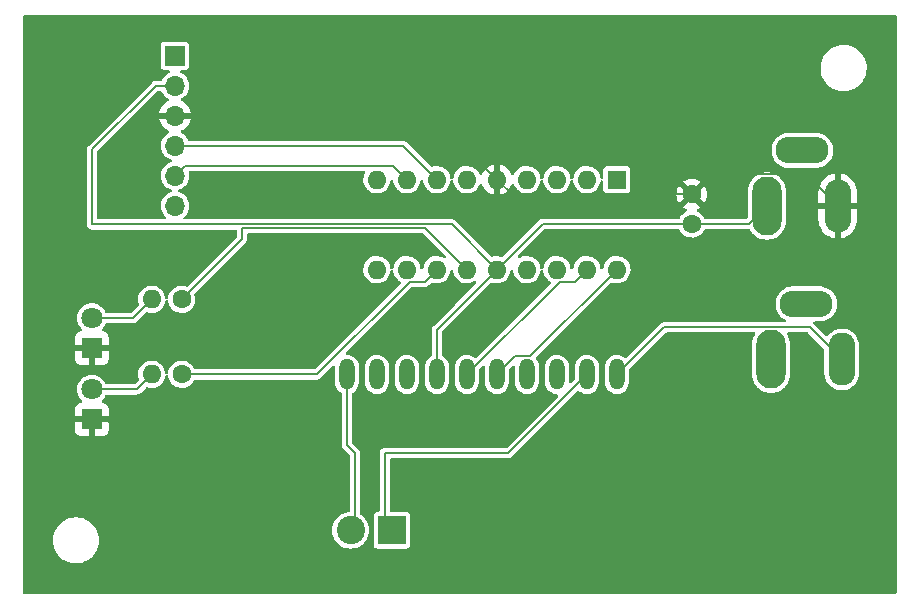
<source format=gtl>
G04 #@! TF.GenerationSoftware,KiCad,Pcbnew,(6.0.11-0)*
G04 #@! TF.CreationDate,2023-05-27T08:55:42+09:00*
G04 #@! TF.ProjectId,TargetSite-Truck,54617267-6574-4536-9974-652d54727563,1*
G04 #@! TF.SameCoordinates,Original*
G04 #@! TF.FileFunction,Copper,L1,Top*
G04 #@! TF.FilePolarity,Positive*
%FSLAX46Y46*%
G04 Gerber Fmt 4.6, Leading zero omitted, Abs format (unit mm)*
G04 Created by KiCad (PCBNEW (6.0.11-0)) date 2023-05-27 08:55:42*
%MOMM*%
%LPD*%
G01*
G04 APERTURE LIST*
G04 #@! TA.AperFunction,ComponentPad*
%ADD10R,1.700000X1.700000*%
G04 #@! TD*
G04 #@! TA.AperFunction,ComponentPad*
%ADD11O,1.700000X1.700000*%
G04 #@! TD*
G04 #@! TA.AperFunction,ComponentPad*
%ADD12R,1.800000X1.800000*%
G04 #@! TD*
G04 #@! TA.AperFunction,ComponentPad*
%ADD13C,1.800000*%
G04 #@! TD*
G04 #@! TA.AperFunction,ComponentPad*
%ADD14C,1.600000*%
G04 #@! TD*
G04 #@! TA.AperFunction,ComponentPad*
%ADD15O,1.600000X1.600000*%
G04 #@! TD*
G04 #@! TA.AperFunction,ComponentPad*
%ADD16O,2.500000X5.000000*%
G04 #@! TD*
G04 #@! TA.AperFunction,ComponentPad*
%ADD17O,2.250000X4.500000*%
G04 #@! TD*
G04 #@! TA.AperFunction,ComponentPad*
%ADD18O,4.500000X2.250000*%
G04 #@! TD*
G04 #@! TA.AperFunction,ComponentPad*
%ADD19R,2.400000X2.400000*%
G04 #@! TD*
G04 #@! TA.AperFunction,ComponentPad*
%ADD20C,2.400000*%
G04 #@! TD*
G04 #@! TA.AperFunction,ComponentPad*
%ADD21O,1.308000X2.616000*%
G04 #@! TD*
G04 #@! TA.AperFunction,ComponentPad*
%ADD22R,1.600000X1.600000*%
G04 #@! TD*
G04 #@! TA.AperFunction,ViaPad*
%ADD23C,0.605000*%
G04 #@! TD*
G04 #@! TA.AperFunction,Conductor*
%ADD24C,0.152400*%
G04 #@! TD*
G04 APERTURE END LIST*
D10*
X143380000Y-83962850D03*
D11*
X143380000Y-86502850D03*
X143380000Y-89042850D03*
X143380000Y-91582850D03*
X143380000Y-94122850D03*
X143380000Y-96662850D03*
D12*
X136350452Y-114760000D03*
D13*
X136350452Y-112220000D03*
D14*
X143950000Y-110950000D03*
D15*
X141410000Y-110950000D03*
D16*
X193500000Y-96675000D03*
D17*
X199500000Y-96675000D03*
D18*
X196500000Y-91975000D03*
D19*
X161750000Y-124134470D03*
D20*
X158250000Y-124134470D03*
D21*
X180800000Y-110950000D03*
X178260000Y-110950000D03*
X175720000Y-110950000D03*
X173180000Y-110950000D03*
X170640000Y-110950000D03*
X168100000Y-110950000D03*
X165560000Y-110950000D03*
X163020000Y-110950000D03*
X160480000Y-110950000D03*
X157940000Y-110950000D03*
D16*
X193850000Y-109675000D03*
D17*
X199850000Y-109675000D03*
D18*
X196850000Y-104975000D03*
D12*
X136350452Y-108710000D03*
D13*
X136350452Y-106170000D03*
D14*
X187150000Y-95700000D03*
X187150000Y-98200000D03*
X143950000Y-104600000D03*
D15*
X141410000Y-104600000D03*
D22*
X180800000Y-94450000D03*
D15*
X178260000Y-94450000D03*
X175720000Y-94450000D03*
X173180000Y-94450000D03*
X170640000Y-94450000D03*
X168100000Y-94450000D03*
X165560000Y-94450000D03*
X163020000Y-94450000D03*
X160480000Y-94450000D03*
X160480000Y-102070000D03*
X163020000Y-102070000D03*
X165560000Y-102070000D03*
X168100000Y-102070000D03*
X170640000Y-102070000D03*
X173180000Y-102070000D03*
X175720000Y-102070000D03*
X178260000Y-102070000D03*
X180800000Y-102070000D03*
D23*
X150320000Y-84280000D03*
X194770000Y-124285000D03*
X183975000Y-119205000D03*
X149050000Y-119205000D03*
X157305000Y-103965000D03*
X144605000Y-119205000D03*
X190960000Y-90630000D03*
X166195000Y-119205000D03*
X150320000Y-89995000D03*
X150320000Y-96345000D03*
X153495000Y-124285000D03*
X150320000Y-103965000D03*
X181435000Y-104600000D03*
X168735000Y-107140000D03*
X183975000Y-124285000D03*
X175085000Y-124285000D03*
X164925000Y-90630000D03*
X149050000Y-124285000D03*
X164925000Y-104600000D03*
X194770000Y-119205000D03*
X190960000Y-104600000D03*
X166195000Y-124285000D03*
X164925000Y-84280000D03*
X178260000Y-90630000D03*
X157305000Y-96345000D03*
X177625000Y-96345000D03*
X178260000Y-84280000D03*
X175085000Y-119205000D03*
X136350000Y-103965000D03*
X136350000Y-119205000D03*
X162385000Y-107140000D03*
X171910000Y-104600000D03*
X161750000Y-96345000D03*
X144605000Y-124285000D03*
X153495000Y-119205000D03*
X190960000Y-84280000D03*
D24*
X136350000Y-91900000D02*
X136350000Y-98250000D01*
X191975000Y-98200000D02*
X193500000Y-96675000D01*
X166820000Y-98250000D02*
X170640000Y-102070000D01*
X165560000Y-107150000D02*
X170640000Y-102070000D01*
X141747150Y-86502850D02*
X136350000Y-91900000D01*
X187150000Y-98200000D02*
X191975000Y-98200000D01*
X143380000Y-86502850D02*
X141747150Y-86502850D01*
X187150000Y-98200000D02*
X174510000Y-98200000D01*
X174510000Y-98200000D02*
X170640000Y-102070000D01*
X165560000Y-110950000D02*
X165560000Y-107150000D01*
X136350000Y-98250000D02*
X166820000Y-98250000D01*
X170640000Y-94450000D02*
X171890000Y-95700000D01*
X187150000Y-95700000D02*
X188903600Y-93946400D01*
X188903600Y-93946400D02*
X196771400Y-93946400D01*
X165232850Y-89042850D02*
X143380000Y-89042850D01*
X171890000Y-95700000D02*
X187150000Y-95700000D01*
X170640000Y-94450000D02*
X165232850Y-89042850D01*
X196771400Y-93946400D02*
X199500000Y-96675000D01*
X197121400Y-106946400D02*
X184803600Y-106946400D01*
X184803600Y-106946400D02*
X180800000Y-110950000D01*
X199850000Y-109675000D02*
X197121400Y-106946400D01*
X136350452Y-112220000D02*
X140140000Y-112220000D01*
X140140000Y-112220000D02*
X141410000Y-110950000D01*
X161133453Y-117610997D02*
X161133453Y-123517923D01*
X161133453Y-117610997D02*
X171599003Y-117610997D01*
X171599003Y-117610997D02*
X178260000Y-110950000D01*
X161133453Y-123517923D02*
X161750000Y-124134470D01*
X157940000Y-116917544D02*
X158633453Y-117610997D01*
X158633453Y-117610997D02*
X158633453Y-123751017D01*
X157940000Y-110950000D02*
X157940000Y-116917544D01*
X158633453Y-123751017D02*
X158250000Y-124134470D01*
X139840000Y-106170000D02*
X141410000Y-104600000D01*
X136350452Y-106170000D02*
X139840000Y-106170000D01*
X162692850Y-91582850D02*
X143380000Y-91582850D01*
X165560000Y-94450000D02*
X162692850Y-91582850D01*
X177231400Y-103098600D02*
X175951400Y-103098600D01*
X178260000Y-102070000D02*
X177231400Y-103098600D01*
X175951400Y-103098600D02*
X168100000Y-110950000D01*
X173456600Y-109413400D02*
X180800000Y-102070000D01*
X172176600Y-109413400D02*
X173456600Y-109413400D01*
X170640000Y-110950000D02*
X172176600Y-109413400D01*
X161842850Y-93272850D02*
X144230000Y-93272850D01*
X144230000Y-93272850D02*
X143380000Y-94122850D01*
X163020000Y-94450000D02*
X161842850Y-93272850D01*
X155400000Y-110950000D02*
X143950000Y-110950000D01*
X165560000Y-102070000D02*
X164531400Y-103098600D01*
X163251400Y-103098600D02*
X155400000Y-110950000D01*
X164531400Y-103098600D02*
X163251400Y-103098600D01*
X149050000Y-98554800D02*
X149050000Y-99500000D01*
X149050000Y-99500000D02*
X143950000Y-104600000D01*
X168100000Y-102070000D02*
X164584800Y-98554800D01*
X164584800Y-98554800D02*
X149050000Y-98554800D01*
G04 #@! TA.AperFunction,Conductor*
G36*
X204442121Y-80520002D02*
G01*
X204488614Y-80573658D01*
X204500000Y-80626000D01*
X204500000Y-129374000D01*
X204479998Y-129442121D01*
X204426342Y-129488614D01*
X204374000Y-129500000D01*
X130626000Y-129500000D01*
X130557879Y-129479998D01*
X130511386Y-129426342D01*
X130500000Y-129374000D01*
X130500000Y-124969285D01*
X133044759Y-124969285D01*
X133045003Y-124973720D01*
X133045003Y-124973724D01*
X133048895Y-125044432D01*
X133059938Y-125245087D01*
X133113825Y-125515999D01*
X133205347Y-125776616D01*
X133332678Y-126021737D01*
X133335261Y-126025352D01*
X133335265Y-126025358D01*
X133372272Y-126077144D01*
X133493275Y-126246471D01*
X133683936Y-126446335D01*
X133687431Y-126449091D01*
X133687433Y-126449092D01*
X133735469Y-126486960D01*
X133900856Y-126617341D01*
X133962559Y-126653181D01*
X134135853Y-126753839D01*
X134135859Y-126753842D01*
X134139707Y-126756077D01*
X134395723Y-126859774D01*
X134400036Y-126860845D01*
X134400041Y-126860847D01*
X134659475Y-126925291D01*
X134659480Y-126925292D01*
X134663796Y-126926364D01*
X134668224Y-126926818D01*
X134668226Y-126926818D01*
X134743339Y-126934514D01*
X134899370Y-126950500D01*
X135070362Y-126950500D01*
X135275530Y-126935973D01*
X135279885Y-126935035D01*
X135279888Y-126935035D01*
X135541215Y-126878773D01*
X135541217Y-126878773D01*
X135545562Y-126877837D01*
X135804709Y-126782233D01*
X135853185Y-126756077D01*
X136043884Y-126653181D01*
X136047800Y-126651068D01*
X136269984Y-126486960D01*
X136466829Y-126293183D01*
X136634406Y-126073604D01*
X136769373Y-125832604D01*
X136869036Y-125574991D01*
X136876840Y-125541325D01*
X136930401Y-125310244D01*
X136931407Y-125305905D01*
X136955241Y-125030715D01*
X136954997Y-125026276D01*
X136940307Y-124759356D01*
X136940306Y-124759349D01*
X136940062Y-124754913D01*
X136886175Y-124484001D01*
X136794653Y-124223384D01*
X136667322Y-123978263D01*
X136664739Y-123974648D01*
X136664735Y-123974642D01*
X136509313Y-123757150D01*
X136509310Y-123757146D01*
X136506725Y-123753529D01*
X136316064Y-123553665D01*
X136312567Y-123550908D01*
X136102639Y-123385414D01*
X136102637Y-123385413D01*
X136099144Y-123382659D01*
X135986609Y-123317294D01*
X135864147Y-123246161D01*
X135864141Y-123246158D01*
X135860293Y-123243923D01*
X135604277Y-123140226D01*
X135599964Y-123139155D01*
X135599959Y-123139153D01*
X135340525Y-123074709D01*
X135340520Y-123074708D01*
X135336204Y-123073636D01*
X135331776Y-123073182D01*
X135331774Y-123073182D01*
X135251573Y-123064965D01*
X135100630Y-123049500D01*
X134929638Y-123049500D01*
X134724470Y-123064027D01*
X134720115Y-123064965D01*
X134720112Y-123064965D01*
X134458785Y-123121227D01*
X134458783Y-123121227D01*
X134454438Y-123122163D01*
X134195291Y-123217767D01*
X134191373Y-123219881D01*
X134142668Y-123246161D01*
X133952200Y-123348932D01*
X133730016Y-123513040D01*
X133533171Y-123706817D01*
X133365594Y-123926396D01*
X133363416Y-123930285D01*
X133246306Y-124139400D01*
X133230627Y-124167396D01*
X133130964Y-124425009D01*
X133068593Y-124694095D01*
X133044759Y-124969285D01*
X130500000Y-124969285D01*
X130500000Y-115704669D01*
X134942453Y-115704669D01*
X134942823Y-115711490D01*
X134948347Y-115762352D01*
X134951973Y-115777604D01*
X134997128Y-115898054D01*
X135005666Y-115913649D01*
X135082167Y-116015724D01*
X135094728Y-116028285D01*
X135196803Y-116104786D01*
X135212398Y-116113324D01*
X135332846Y-116158478D01*
X135348101Y-116162105D01*
X135398966Y-116167631D01*
X135405780Y-116168000D01*
X136078337Y-116168000D01*
X136093576Y-116163525D01*
X136094781Y-116162135D01*
X136096452Y-116154452D01*
X136096452Y-116149884D01*
X136604452Y-116149884D01*
X136608927Y-116165123D01*
X136610317Y-116166328D01*
X136618000Y-116167999D01*
X137295121Y-116167999D01*
X137301942Y-116167629D01*
X137352804Y-116162105D01*
X137368056Y-116158479D01*
X137488506Y-116113324D01*
X137504101Y-116104786D01*
X137606176Y-116028285D01*
X137618737Y-116015724D01*
X137695238Y-115913649D01*
X137703776Y-115898054D01*
X137748930Y-115777606D01*
X137752557Y-115762351D01*
X137758083Y-115711486D01*
X137758452Y-115704672D01*
X137758452Y-115032115D01*
X137753977Y-115016876D01*
X137752587Y-115015671D01*
X137744904Y-115014000D01*
X136622567Y-115014000D01*
X136607328Y-115018475D01*
X136606123Y-115019865D01*
X136604452Y-115027548D01*
X136604452Y-116149884D01*
X136096452Y-116149884D01*
X136096452Y-115032115D01*
X136091977Y-115016876D01*
X136090587Y-115015671D01*
X136082904Y-115014000D01*
X134960568Y-115014000D01*
X134945329Y-115018475D01*
X134944124Y-115019865D01*
X134942453Y-115027548D01*
X134942453Y-115704669D01*
X130500000Y-115704669D01*
X130500000Y-114487885D01*
X134942452Y-114487885D01*
X134946927Y-114503124D01*
X134948317Y-114504329D01*
X134956000Y-114506000D01*
X137740336Y-114506000D01*
X137755575Y-114501525D01*
X137756780Y-114500135D01*
X137758451Y-114492452D01*
X137758451Y-113815331D01*
X137758081Y-113808510D01*
X137752557Y-113757648D01*
X137748931Y-113742396D01*
X137703776Y-113621946D01*
X137695238Y-113606351D01*
X137618737Y-113504276D01*
X137606176Y-113491715D01*
X137504101Y-113415214D01*
X137488506Y-113406676D01*
X137368058Y-113361522D01*
X137352803Y-113357895D01*
X137301938Y-113352369D01*
X137295124Y-113352000D01*
X137291117Y-113352000D01*
X137222996Y-113331998D01*
X137176503Y-113278342D01*
X137166399Y-113208068D01*
X137195893Y-113143488D01*
X137202022Y-113136905D01*
X137312050Y-113026877D01*
X137437554Y-112847638D01*
X137497330Y-112719449D01*
X137544246Y-112666165D01*
X137611524Y-112646700D01*
X140107190Y-112646700D01*
X140121998Y-112647573D01*
X140153555Y-112651308D01*
X140162817Y-112649616D01*
X140162826Y-112649616D01*
X140208152Y-112641337D01*
X140212060Y-112640686D01*
X140214089Y-112640381D01*
X140266884Y-112632444D01*
X140273048Y-112629484D01*
X140279777Y-112628255D01*
X140329015Y-112602678D01*
X140332531Y-112600921D01*
X140374059Y-112580980D01*
X140374063Y-112580978D01*
X140382550Y-112576902D01*
X140387572Y-112572259D01*
X140393641Y-112569107D01*
X140398419Y-112565026D01*
X140433594Y-112529851D01*
X140437160Y-112526421D01*
X140446973Y-112517350D01*
X140476771Y-112489805D01*
X140480310Y-112483713D01*
X140485269Y-112478176D01*
X140895775Y-112067670D01*
X140958087Y-112033644D01*
X141034604Y-112040996D01*
X141047638Y-112046595D01*
X141047643Y-112046597D01*
X141052953Y-112048878D01*
X141153577Y-112071647D01*
X141253550Y-112094269D01*
X141253553Y-112094269D01*
X141259186Y-112095544D01*
X141264957Y-112095771D01*
X141264959Y-112095771D01*
X141326989Y-112098208D01*
X141470470Y-112103846D01*
X141476179Y-112103018D01*
X141476183Y-112103018D01*
X141674015Y-112074333D01*
X141674019Y-112074332D01*
X141679730Y-112073504D01*
X141791136Y-112035687D01*
X141874483Y-112007395D01*
X141874488Y-112007393D01*
X141879955Y-112005537D01*
X141886230Y-112002023D01*
X142059395Y-111905046D01*
X142059399Y-111905043D01*
X142064442Y-111902219D01*
X142227012Y-111767012D01*
X142362219Y-111604442D01*
X142365043Y-111599399D01*
X142365046Y-111599395D01*
X142462713Y-111424998D01*
X142462714Y-111424996D01*
X142465537Y-111419955D01*
X142467393Y-111414488D01*
X142467395Y-111414483D01*
X142531647Y-111225200D01*
X142533504Y-111219730D01*
X142534333Y-111214015D01*
X142555090Y-111070860D01*
X142584660Y-111006315D01*
X142644432Y-110968003D01*
X142715429Y-110968087D01*
X142775109Y-111006542D01*
X142804525Y-111071158D01*
X142805515Y-111080695D01*
X142808796Y-111130749D01*
X142810217Y-111136345D01*
X142810218Y-111136350D01*
X142854569Y-111310980D01*
X142860845Y-111335690D01*
X142863262Y-111340933D01*
X142873092Y-111362256D01*
X142949369Y-111527714D01*
X143071405Y-111700391D01*
X143222865Y-111847937D01*
X143227661Y-111851142D01*
X143227664Y-111851144D01*
X143353849Y-111935458D01*
X143398677Y-111965411D01*
X143403985Y-111967692D01*
X143403986Y-111967692D01*
X143587650Y-112046600D01*
X143587653Y-112046601D01*
X143592953Y-112048878D01*
X143598582Y-112050152D01*
X143598583Y-112050152D01*
X143793550Y-112094269D01*
X143793553Y-112094269D01*
X143799186Y-112095544D01*
X143804957Y-112095771D01*
X143804959Y-112095771D01*
X143866989Y-112098208D01*
X144010470Y-112103846D01*
X144016179Y-112103018D01*
X144016183Y-112103018D01*
X144214015Y-112074333D01*
X144214019Y-112074332D01*
X144219730Y-112073504D01*
X144331136Y-112035687D01*
X144414483Y-112007395D01*
X144414488Y-112007393D01*
X144419955Y-112005537D01*
X144426230Y-112002023D01*
X144599395Y-111905046D01*
X144599399Y-111905043D01*
X144604442Y-111902219D01*
X144767012Y-111767012D01*
X144902219Y-111604442D01*
X144993676Y-111441134D01*
X145044413Y-111391472D01*
X145103610Y-111376700D01*
X155367190Y-111376700D01*
X155381998Y-111377573D01*
X155413555Y-111381308D01*
X155422817Y-111379616D01*
X155422826Y-111379616D01*
X155468152Y-111371337D01*
X155472060Y-111370686D01*
X155474089Y-111370381D01*
X155526884Y-111362444D01*
X155533048Y-111359484D01*
X155539777Y-111358255D01*
X155589015Y-111332678D01*
X155592531Y-111330921D01*
X155634059Y-111310980D01*
X155634063Y-111310978D01*
X155642550Y-111306902D01*
X155647572Y-111302259D01*
X155653641Y-111299107D01*
X155658419Y-111295026D01*
X155693594Y-111259851D01*
X155697160Y-111256421D01*
X155729856Y-111226197D01*
X155736771Y-111219805D01*
X155740310Y-111213713D01*
X155745269Y-111208176D01*
X156720405Y-110233040D01*
X156782717Y-110199014D01*
X156853532Y-110204079D01*
X156910368Y-110246626D01*
X156935179Y-110313146D01*
X156935500Y-110322135D01*
X156935500Y-111654997D01*
X156935823Y-111658176D01*
X156949256Y-111790421D01*
X156950942Y-111807024D01*
X157011967Y-112001755D01*
X157015065Y-112007344D01*
X157029390Y-112033187D01*
X157110902Y-112180238D01*
X157243705Y-112335182D01*
X157336711Y-112407325D01*
X157391701Y-112449979D01*
X157404951Y-112460257D01*
X157442930Y-112478945D01*
X157495220Y-112526966D01*
X157513300Y-112591999D01*
X157513300Y-116884734D01*
X157512427Y-116899542D01*
X157508692Y-116931099D01*
X157510384Y-116940361D01*
X157510384Y-116940370D01*
X157518663Y-116985696D01*
X157519314Y-116989604D01*
X157527556Y-117044428D01*
X157530516Y-117050592D01*
X157531745Y-117057321D01*
X157557322Y-117106559D01*
X157559079Y-117110075D01*
X157579020Y-117151603D01*
X157579022Y-117151607D01*
X157583098Y-117160094D01*
X157587741Y-117165116D01*
X157590893Y-117171185D01*
X157594974Y-117175963D01*
X157630149Y-117211138D01*
X157633578Y-117214703D01*
X157670195Y-117254315D01*
X157676287Y-117257854D01*
X157681824Y-117262813D01*
X158169848Y-117750837D01*
X158203874Y-117813149D01*
X158206753Y-117839932D01*
X158206753Y-122466106D01*
X158186751Y-122534227D01*
X158133095Y-122580720D01*
X158090639Y-122591718D01*
X158006698Y-122598324D01*
X158001894Y-122599477D01*
X158001890Y-122599478D01*
X157774193Y-122654144D01*
X157774188Y-122654146D01*
X157769388Y-122655298D01*
X157764825Y-122657188D01*
X157764819Y-122657190D01*
X157548485Y-122746798D01*
X157548481Y-122746800D01*
X157543911Y-122748693D01*
X157335821Y-122876211D01*
X157150241Y-123034711D01*
X156991741Y-123220291D01*
X156864223Y-123428381D01*
X156862330Y-123432951D01*
X156862328Y-123432955D01*
X156772720Y-123649289D01*
X156772718Y-123649295D01*
X156770828Y-123653858D01*
X156713854Y-123891168D01*
X156694706Y-124134470D01*
X156713854Y-124377772D01*
X156770828Y-124615082D01*
X156772718Y-124619645D01*
X156772720Y-124619651D01*
X156862328Y-124835985D01*
X156864223Y-124840559D01*
X156991741Y-125048649D01*
X157150241Y-125234229D01*
X157335821Y-125392729D01*
X157543911Y-125520247D01*
X157548481Y-125522140D01*
X157548485Y-125522142D01*
X157764819Y-125611750D01*
X157764825Y-125611752D01*
X157769388Y-125613642D01*
X157774188Y-125614794D01*
X157774193Y-125614796D01*
X157882702Y-125640847D01*
X158006698Y-125670616D01*
X158250000Y-125689764D01*
X158493302Y-125670616D01*
X158617298Y-125640847D01*
X158725807Y-125614796D01*
X158725812Y-125614794D01*
X158730612Y-125613642D01*
X158735175Y-125611752D01*
X158735181Y-125611750D01*
X158951515Y-125522142D01*
X158951519Y-125522140D01*
X158956089Y-125520247D01*
X159164179Y-125392729D01*
X159193498Y-125367688D01*
X160199500Y-125367688D01*
X160200170Y-125372238D01*
X160200170Y-125372241D01*
X160208216Y-125426896D01*
X160209642Y-125436582D01*
X160213958Y-125445372D01*
X160251650Y-125522142D01*
X160261068Y-125541325D01*
X160343650Y-125623763D01*
X160448482Y-125675006D01*
X160478973Y-125679454D01*
X160512256Y-125684310D01*
X160512260Y-125684310D01*
X160516782Y-125684970D01*
X162983218Y-125684970D01*
X162987768Y-125684300D01*
X162987771Y-125684300D01*
X163042426Y-125676254D01*
X163042427Y-125676254D01*
X163052112Y-125674828D01*
X163146804Y-125628337D01*
X163147507Y-125627992D01*
X163147509Y-125627991D01*
X163156855Y-125623402D01*
X163239293Y-125540820D01*
X163253559Y-125511636D01*
X163286240Y-125444776D01*
X163290536Y-125435988D01*
X163300500Y-125367688D01*
X163300500Y-122901252D01*
X163291871Y-122842632D01*
X163291784Y-122842044D01*
X163291784Y-122842043D01*
X163290358Y-122832358D01*
X163265860Y-122782462D01*
X163243522Y-122736963D01*
X163243521Y-122736961D01*
X163238932Y-122727615D01*
X163156350Y-122645177D01*
X163051518Y-122593934D01*
X163021027Y-122589486D01*
X162987744Y-122584630D01*
X162987740Y-122584630D01*
X162983218Y-122583970D01*
X161686153Y-122583970D01*
X161618032Y-122563968D01*
X161571539Y-122510312D01*
X161560153Y-122457970D01*
X161560153Y-118163697D01*
X161580155Y-118095576D01*
X161633811Y-118049083D01*
X161686153Y-118037697D01*
X171566193Y-118037697D01*
X171581001Y-118038570D01*
X171612558Y-118042305D01*
X171621820Y-118040613D01*
X171621829Y-118040613D01*
X171667155Y-118032334D01*
X171671063Y-118031683D01*
X171673092Y-118031378D01*
X171725887Y-118023441D01*
X171732051Y-118020481D01*
X171738780Y-118019252D01*
X171788018Y-117993675D01*
X171791534Y-117991918D01*
X171833062Y-117971977D01*
X171833066Y-117971975D01*
X171841553Y-117967899D01*
X171846575Y-117963256D01*
X171852644Y-117960104D01*
X171857422Y-117956023D01*
X171892597Y-117920848D01*
X171896163Y-117917418D01*
X171928859Y-117887194D01*
X171935774Y-117880802D01*
X171939313Y-117874710D01*
X171944272Y-117869173D01*
X177437039Y-112376406D01*
X177499351Y-112342380D01*
X177570166Y-112347445D01*
X177603360Y-112365942D01*
X177714142Y-112451873D01*
X177724951Y-112460257D01*
X177730673Y-112463072D01*
X177730672Y-112463072D01*
X177902332Y-112547540D01*
X177902337Y-112547542D01*
X177908054Y-112550355D01*
X177914227Y-112551963D01*
X177914230Y-112551964D01*
X178020919Y-112579754D01*
X178105533Y-112601794D01*
X178207428Y-112607134D01*
X178302942Y-112612141D01*
X178302946Y-112612141D01*
X178309323Y-112612475D01*
X178511097Y-112581959D01*
X178702615Y-112511494D01*
X178876051Y-112403959D01*
X179024323Y-112263746D01*
X179040228Y-112241032D01*
X179137708Y-112101815D01*
X179137709Y-112101814D01*
X179141372Y-112096582D01*
X179222418Y-111909297D01*
X179264149Y-111709540D01*
X179264500Y-111702842D01*
X179264500Y-111654997D01*
X179795500Y-111654997D01*
X179795823Y-111658176D01*
X179809256Y-111790421D01*
X179810942Y-111807024D01*
X179871967Y-112001755D01*
X179875065Y-112007344D01*
X179889390Y-112033187D01*
X179970902Y-112180238D01*
X180103705Y-112335182D01*
X180264951Y-112460257D01*
X180270673Y-112463072D01*
X180270672Y-112463072D01*
X180442332Y-112547540D01*
X180442337Y-112547542D01*
X180448054Y-112550355D01*
X180454227Y-112551963D01*
X180454230Y-112551964D01*
X180560919Y-112579754D01*
X180645533Y-112601794D01*
X180747428Y-112607134D01*
X180842942Y-112612141D01*
X180842946Y-112612141D01*
X180849323Y-112612475D01*
X181051097Y-112581959D01*
X181242615Y-112511494D01*
X181416051Y-112403959D01*
X181564323Y-112263746D01*
X181580228Y-112241032D01*
X181677708Y-112101815D01*
X181677709Y-112101814D01*
X181681372Y-112096582D01*
X181762418Y-111909297D01*
X181804149Y-111709540D01*
X181804500Y-111702842D01*
X181804500Y-110601135D01*
X181824502Y-110533014D01*
X181841405Y-110512040D01*
X184943440Y-107410005D01*
X185005752Y-107375979D01*
X185032535Y-107373100D01*
X192392504Y-107373100D01*
X192460625Y-107393102D01*
X192507118Y-107446758D01*
X192517222Y-107517032D01*
X192499937Y-107564935D01*
X192452210Y-107642819D01*
X192419534Y-107696141D01*
X192417641Y-107700711D01*
X192417639Y-107700715D01*
X192325021Y-107924316D01*
X192323127Y-107928889D01*
X192264317Y-108173852D01*
X192263929Y-108178786D01*
X192253745Y-108308187D01*
X192249500Y-108362118D01*
X192249500Y-110987882D01*
X192249693Y-110990330D01*
X192249693Y-110990339D01*
X192253818Y-111042748D01*
X192264317Y-111176148D01*
X192265471Y-111180955D01*
X192265472Y-111180961D01*
X192295708Y-111306902D01*
X192323127Y-111421111D01*
X192325020Y-111425682D01*
X192325021Y-111425684D01*
X192391780Y-111586854D01*
X192419534Y-111653859D01*
X192551164Y-111868659D01*
X192554376Y-111872419D01*
X192554379Y-111872424D01*
X192665657Y-112002713D01*
X192714776Y-112060224D01*
X192718538Y-112063437D01*
X192902576Y-112220621D01*
X192902581Y-112220624D01*
X192906341Y-112223836D01*
X193121141Y-112355466D01*
X193125711Y-112357359D01*
X193125715Y-112357361D01*
X193349316Y-112449979D01*
X193353889Y-112451873D01*
X193438289Y-112472135D01*
X193594039Y-112509528D01*
X193594045Y-112509529D01*
X193598852Y-112510683D01*
X193850000Y-112530449D01*
X194101148Y-112510683D01*
X194105955Y-112509529D01*
X194105961Y-112509528D01*
X194261711Y-112472135D01*
X194346111Y-112451873D01*
X194350684Y-112449979D01*
X194574285Y-112357361D01*
X194574289Y-112357359D01*
X194578859Y-112355466D01*
X194793659Y-112223836D01*
X194797419Y-112220624D01*
X194797424Y-112220621D01*
X194981462Y-112063437D01*
X194985224Y-112060224D01*
X195034343Y-112002713D01*
X195145621Y-111872424D01*
X195145624Y-111872419D01*
X195148836Y-111868659D01*
X195280466Y-111653859D01*
X195308221Y-111586854D01*
X195374979Y-111425684D01*
X195374980Y-111425682D01*
X195376873Y-111421111D01*
X195404292Y-111306902D01*
X195434528Y-111180961D01*
X195434529Y-111180955D01*
X195435683Y-111176148D01*
X195446182Y-111042748D01*
X195450307Y-110990339D01*
X195450307Y-110990330D01*
X195450500Y-110987882D01*
X195450500Y-108362118D01*
X195446256Y-108308187D01*
X195436071Y-108178786D01*
X195435683Y-108173852D01*
X195376873Y-107928889D01*
X195374979Y-107924316D01*
X195282361Y-107700715D01*
X195282359Y-107700711D01*
X195280466Y-107696141D01*
X195247790Y-107642819D01*
X195200063Y-107564935D01*
X195181525Y-107496401D01*
X195202981Y-107428725D01*
X195257621Y-107383392D01*
X195307496Y-107373100D01*
X196892465Y-107373100D01*
X196960586Y-107393102D01*
X196981560Y-107410005D01*
X198337595Y-108766040D01*
X198371621Y-108828352D01*
X198374500Y-108855135D01*
X198374500Y-110861508D01*
X198374712Y-110864081D01*
X198374712Y-110864092D01*
X198388900Y-111036662D01*
X198388901Y-111036668D01*
X198389324Y-111041813D01*
X198390583Y-111046824D01*
X198443230Y-111256421D01*
X198448432Y-111277133D01*
X198450490Y-111281866D01*
X198450491Y-111281869D01*
X198519742Y-111441134D01*
X198545180Y-111499638D01*
X198676970Y-111703355D01*
X198680449Y-111707178D01*
X198680451Y-111707181D01*
X198836785Y-111878989D01*
X198840263Y-111882811D01*
X198844314Y-111886010D01*
X198844318Y-111886014D01*
X198940788Y-111962201D01*
X199030672Y-112033187D01*
X199243086Y-112150446D01*
X199367040Y-112194340D01*
X199466923Y-112229711D01*
X199466927Y-112229712D01*
X199471798Y-112231437D01*
X199476891Y-112232344D01*
X199476894Y-112232345D01*
X199705578Y-112273080D01*
X199705584Y-112273081D01*
X199710667Y-112273986D01*
X199790442Y-112274961D01*
X199948108Y-112276887D01*
X199948110Y-112276887D01*
X199953278Y-112276950D01*
X200193116Y-112240250D01*
X200423739Y-112164871D01*
X200599253Y-112073504D01*
X200634365Y-112055226D01*
X200634366Y-112055225D01*
X200638954Y-112052837D01*
X200643087Y-112049734D01*
X200643090Y-112049732D01*
X200828846Y-111910263D01*
X200828849Y-111910261D01*
X200832981Y-111907158D01*
X201000609Y-111731745D01*
X201017366Y-111707181D01*
X201134418Y-111535588D01*
X201137337Y-111531309D01*
X201211758Y-111370982D01*
X201237313Y-111315929D01*
X201237314Y-111315925D01*
X201239492Y-111311234D01*
X201304332Y-111077429D01*
X201314390Y-110983314D01*
X201325144Y-110882691D01*
X201325144Y-110882683D01*
X201325500Y-110879356D01*
X201325500Y-108488492D01*
X201322829Y-108456000D01*
X201311100Y-108313338D01*
X201311099Y-108313332D01*
X201310676Y-108308187D01*
X201251568Y-108072867D01*
X201154820Y-107850362D01*
X201023030Y-107646645D01*
X200948680Y-107564935D01*
X200863215Y-107471011D01*
X200863213Y-107471010D01*
X200859737Y-107467189D01*
X200855686Y-107463990D01*
X200855682Y-107463986D01*
X200673386Y-107320018D01*
X200669328Y-107316813D01*
X200456914Y-107199554D01*
X200265012Y-107131598D01*
X200233077Y-107120289D01*
X200233073Y-107120288D01*
X200228202Y-107118563D01*
X200223109Y-107117656D01*
X200223106Y-107117655D01*
X199994422Y-107076920D01*
X199994416Y-107076919D01*
X199989333Y-107076014D01*
X199909558Y-107075039D01*
X199751892Y-107073113D01*
X199751890Y-107073113D01*
X199746722Y-107073050D01*
X199506884Y-107109750D01*
X199276261Y-107185129D01*
X199248551Y-107199554D01*
X199090178Y-107281998D01*
X199061046Y-107297163D01*
X199056913Y-107300266D01*
X199056910Y-107300268D01*
X198890413Y-107425277D01*
X198867019Y-107442842D01*
X198699391Y-107618255D01*
X198696478Y-107622525D01*
X198696475Y-107622529D01*
X198662320Y-107672599D01*
X198607409Y-107717603D01*
X198536884Y-107725775D01*
X198469136Y-107690691D01*
X197446323Y-106667878D01*
X197436473Y-106656795D01*
X197434673Y-106654512D01*
X197408204Y-106588634D01*
X197421553Y-106518904D01*
X197470481Y-106467460D01*
X197533618Y-106450500D01*
X198036508Y-106450500D01*
X198039081Y-106450288D01*
X198039092Y-106450288D01*
X198211662Y-106436100D01*
X198211668Y-106436099D01*
X198216813Y-106435676D01*
X198334473Y-106406122D01*
X198447122Y-106377827D01*
X198447126Y-106377826D01*
X198452133Y-106376568D01*
X198456866Y-106374510D01*
X198456869Y-106374509D01*
X198669901Y-106281880D01*
X198669904Y-106281878D01*
X198674638Y-106279820D01*
X198878355Y-106148030D01*
X198902996Y-106125609D01*
X199053989Y-105988215D01*
X199053990Y-105988213D01*
X199057811Y-105984737D01*
X199061010Y-105980686D01*
X199061014Y-105980682D01*
X199204982Y-105798386D01*
X199208187Y-105794328D01*
X199325446Y-105581914D01*
X199406437Y-105353202D01*
X199407778Y-105345676D01*
X199448080Y-105119422D01*
X199448081Y-105119416D01*
X199448986Y-105114333D01*
X199451950Y-104871722D01*
X199415250Y-104631884D01*
X199339871Y-104401261D01*
X199227837Y-104186046D01*
X199210800Y-104163354D01*
X199085263Y-103996154D01*
X199085261Y-103996151D01*
X199082158Y-103992019D01*
X198906745Y-103824391D01*
X198706309Y-103687663D01*
X198596271Y-103636585D01*
X198490929Y-103587687D01*
X198490925Y-103587686D01*
X198486234Y-103585508D01*
X198252429Y-103520668D01*
X198242267Y-103519582D01*
X198057691Y-103499856D01*
X198057683Y-103499856D01*
X198054356Y-103499500D01*
X195663492Y-103499500D01*
X195660919Y-103499712D01*
X195660908Y-103499712D01*
X195488338Y-103513900D01*
X195488332Y-103513901D01*
X195483187Y-103514324D01*
X195365527Y-103543878D01*
X195252878Y-103572173D01*
X195252874Y-103572174D01*
X195247867Y-103573432D01*
X195243134Y-103575490D01*
X195243131Y-103575491D01*
X195030099Y-103668120D01*
X195030096Y-103668122D01*
X195025362Y-103670180D01*
X194821645Y-103801970D01*
X194817822Y-103805449D01*
X194817819Y-103805451D01*
X194793080Y-103827962D01*
X194642189Y-103965263D01*
X194638990Y-103969314D01*
X194638986Y-103969318D01*
X194617685Y-103996290D01*
X194491813Y-104155672D01*
X194374554Y-104368086D01*
X194364954Y-104395197D01*
X194295555Y-104591174D01*
X194293563Y-104596798D01*
X194292656Y-104601891D01*
X194292655Y-104601894D01*
X194259799Y-104786350D01*
X194251014Y-104835667D01*
X194250951Y-104840830D01*
X194248219Y-105064483D01*
X194248050Y-105078278D01*
X194284750Y-105318116D01*
X194360129Y-105548739D01*
X194362519Y-105553330D01*
X194462698Y-105745771D01*
X194472163Y-105763954D01*
X194475266Y-105768087D01*
X194475268Y-105768090D01*
X194614737Y-105953846D01*
X194617842Y-105957981D01*
X194793255Y-106125609D01*
X194993691Y-106262337D01*
X194998380Y-106264513D01*
X194998386Y-106264517D01*
X195030476Y-106279412D01*
X195083843Y-106326236D01*
X195103424Y-106394480D01*
X195083000Y-106462475D01*
X195029058Y-106508635D01*
X194977426Y-106519700D01*
X184836402Y-106519700D01*
X184821592Y-106518827D01*
X184790045Y-106515093D01*
X184780781Y-106516785D01*
X184780778Y-106516785D01*
X184735478Y-106525058D01*
X184731575Y-106525708D01*
X184686025Y-106532556D01*
X184686022Y-106532557D01*
X184676716Y-106533956D01*
X184670551Y-106536916D01*
X184663823Y-106538145D01*
X184614585Y-106563722D01*
X184611069Y-106565479D01*
X184569541Y-106585420D01*
X184569537Y-106585422D01*
X184561050Y-106589498D01*
X184556028Y-106594141D01*
X184549959Y-106597293D01*
X184545181Y-106601374D01*
X184510006Y-106636549D01*
X184506441Y-106639978D01*
X184466829Y-106676595D01*
X184463290Y-106682687D01*
X184458331Y-106688224D01*
X181622961Y-109523594D01*
X181560649Y-109557620D01*
X181489834Y-109552555D01*
X181456640Y-109534058D01*
X181340094Y-109443656D01*
X181340088Y-109443652D01*
X181335049Y-109439743D01*
X181226439Y-109386300D01*
X181157668Y-109352460D01*
X181157663Y-109352458D01*
X181151946Y-109349645D01*
X181145773Y-109348037D01*
X181145770Y-109348036D01*
X180994017Y-109308508D01*
X180954467Y-109298206D01*
X180852572Y-109292865D01*
X180757058Y-109287859D01*
X180757054Y-109287859D01*
X180750677Y-109287525D01*
X180548903Y-109318041D01*
X180357385Y-109388506D01*
X180183949Y-109496041D01*
X180035677Y-109636254D01*
X180032015Y-109641484D01*
X180032014Y-109641485D01*
X179922292Y-109798185D01*
X179918628Y-109803418D01*
X179837582Y-109990703D01*
X179795851Y-110190460D01*
X179795500Y-110197158D01*
X179795500Y-111654997D01*
X179264500Y-111654997D01*
X179264500Y-110245003D01*
X179255323Y-110154655D01*
X179249703Y-110099324D01*
X179249703Y-110099322D01*
X179249058Y-110092976D01*
X179188033Y-109898245D01*
X179089098Y-109719762D01*
X178956295Y-109564818D01*
X178795049Y-109439743D01*
X178686439Y-109386300D01*
X178617668Y-109352460D01*
X178617663Y-109352458D01*
X178611946Y-109349645D01*
X178605773Y-109348037D01*
X178605770Y-109348036D01*
X178454017Y-109308508D01*
X178414467Y-109298206D01*
X178312572Y-109292865D01*
X178217058Y-109287859D01*
X178217054Y-109287859D01*
X178210677Y-109287525D01*
X178008903Y-109318041D01*
X177817385Y-109388506D01*
X177643949Y-109496041D01*
X177495677Y-109636254D01*
X177492015Y-109641484D01*
X177492014Y-109641485D01*
X177382292Y-109798185D01*
X177378628Y-109803418D01*
X177297582Y-109990703D01*
X177255851Y-110190460D01*
X177255500Y-110197158D01*
X177255500Y-111298865D01*
X177235498Y-111366986D01*
X177218595Y-111387960D01*
X176939595Y-111666960D01*
X176877283Y-111700986D01*
X176806468Y-111695921D01*
X176749632Y-111653374D01*
X176724821Y-111586854D01*
X176724500Y-111577865D01*
X176724500Y-110245003D01*
X176715323Y-110154655D01*
X176709703Y-110099324D01*
X176709703Y-110099322D01*
X176709058Y-110092976D01*
X176648033Y-109898245D01*
X176549098Y-109719762D01*
X176416295Y-109564818D01*
X176255049Y-109439743D01*
X176146439Y-109386300D01*
X176077668Y-109352460D01*
X176077663Y-109352458D01*
X176071946Y-109349645D01*
X176065773Y-109348037D01*
X176065770Y-109348036D01*
X175914017Y-109308508D01*
X175874467Y-109298206D01*
X175772572Y-109292865D01*
X175677058Y-109287859D01*
X175677054Y-109287859D01*
X175670677Y-109287525D01*
X175468903Y-109318041D01*
X175277385Y-109388506D01*
X175103949Y-109496041D01*
X174955677Y-109636254D01*
X174952015Y-109641484D01*
X174952014Y-109641485D01*
X174842292Y-109798185D01*
X174838628Y-109803418D01*
X174757582Y-109990703D01*
X174715851Y-110190460D01*
X174715500Y-110197158D01*
X174715500Y-111654997D01*
X174715823Y-111658176D01*
X174729256Y-111790421D01*
X174730942Y-111807024D01*
X174791967Y-112001755D01*
X174795065Y-112007344D01*
X174809390Y-112033187D01*
X174890902Y-112180238D01*
X175023705Y-112335182D01*
X175184951Y-112460257D01*
X175190673Y-112463072D01*
X175190672Y-112463072D01*
X175362332Y-112547540D01*
X175362337Y-112547542D01*
X175368054Y-112550355D01*
X175374227Y-112551963D01*
X175374230Y-112551964D01*
X175480919Y-112579754D01*
X175565533Y-112601794D01*
X175700278Y-112608856D01*
X175767257Y-112632396D01*
X175810878Y-112688411D01*
X175817290Y-112759118D01*
X175782777Y-112823778D01*
X171459163Y-117147392D01*
X171396851Y-117181418D01*
X171370068Y-117184297D01*
X161196779Y-117184297D01*
X161185926Y-117183056D01*
X161185877Y-117183673D01*
X161176486Y-117182934D01*
X161167310Y-117180807D01*
X161157914Y-117181472D01*
X161157911Y-117181472D01*
X161122467Y-117183982D01*
X161113568Y-117184297D01*
X161101393Y-117184297D01*
X161096741Y-117184996D01*
X161096733Y-117184997D01*
X161091478Y-117185787D01*
X161081647Y-117186872D01*
X161061937Y-117188268D01*
X161039320Y-117189869D01*
X161030538Y-117193266D01*
X161023139Y-117194920D01*
X161015881Y-117197153D01*
X161006569Y-117198553D01*
X160968294Y-117216932D01*
X160959234Y-117220852D01*
X160919653Y-117236165D01*
X160912259Y-117241994D01*
X160905672Y-117245751D01*
X160899393Y-117250018D01*
X160890903Y-117254095D01*
X160883985Y-117260490D01*
X160883982Y-117260492D01*
X160859733Y-117282907D01*
X160852218Y-117289326D01*
X160818888Y-117315601D01*
X160813530Y-117323354D01*
X160808342Y-117328878D01*
X160803601Y-117334796D01*
X160796682Y-117341192D01*
X160775363Y-117377896D01*
X160770076Y-117386226D01*
X160745936Y-117421154D01*
X160743097Y-117430131D01*
X160739763Y-117436936D01*
X160736965Y-117444002D01*
X160732236Y-117452144D01*
X160730110Y-117461318D01*
X160730109Y-117461319D01*
X160722653Y-117493486D01*
X160720043Y-117503026D01*
X160707246Y-117543492D01*
X160706753Y-117549756D01*
X160706753Y-117552194D01*
X160705898Y-117558555D01*
X160706129Y-117558573D01*
X160705390Y-117567964D01*
X160703263Y-117577140D01*
X160703928Y-117586536D01*
X160703928Y-117586539D01*
X160706438Y-117621983D01*
X160706753Y-117630882D01*
X160706753Y-122457970D01*
X160686751Y-122526091D01*
X160633095Y-122572584D01*
X160580753Y-122583970D01*
X160516782Y-122583970D01*
X160512232Y-122584640D01*
X160512229Y-122584640D01*
X160457574Y-122592686D01*
X160457573Y-122592686D01*
X160447888Y-122594112D01*
X160436959Y-122599478D01*
X160352493Y-122640948D01*
X160352491Y-122640949D01*
X160343145Y-122645538D01*
X160260707Y-122728120D01*
X160209464Y-122832952D01*
X160199500Y-122901252D01*
X160199500Y-125367688D01*
X159193498Y-125367688D01*
X159349759Y-125234229D01*
X159508259Y-125048649D01*
X159635777Y-124840559D01*
X159637672Y-124835985D01*
X159727280Y-124619651D01*
X159727282Y-124619645D01*
X159729172Y-124615082D01*
X159786146Y-124377772D01*
X159805294Y-124134470D01*
X159786146Y-123891168D01*
X159729172Y-123653858D01*
X159727282Y-123649295D01*
X159727280Y-123649289D01*
X159637672Y-123432955D01*
X159637670Y-123432951D01*
X159635777Y-123428381D01*
X159508259Y-123220291D01*
X159349759Y-123034711D01*
X159164179Y-122876211D01*
X159120318Y-122849333D01*
X159072687Y-122796685D01*
X159060153Y-122741900D01*
X159060153Y-117643808D01*
X159061026Y-117628997D01*
X159063654Y-117606794D01*
X159064761Y-117597443D01*
X159054789Y-117542842D01*
X159054140Y-117538944D01*
X159047297Y-117493425D01*
X159045897Y-117484113D01*
X159042937Y-117477948D01*
X159041708Y-117471221D01*
X159016150Y-117422019D01*
X159014383Y-117418482D01*
X158994434Y-117376939D01*
X158994430Y-117376933D01*
X158990355Y-117368447D01*
X158985711Y-117363423D01*
X158982560Y-117357357D01*
X158978480Y-117352579D01*
X158943304Y-117317403D01*
X158939874Y-117313837D01*
X158914383Y-117286261D01*
X158903258Y-117274226D01*
X158897166Y-117270687D01*
X158891629Y-117265728D01*
X158403605Y-116777704D01*
X158369579Y-116715392D01*
X158366700Y-116688609D01*
X158366700Y-112591492D01*
X158386702Y-112523371D01*
X158426303Y-112484406D01*
X158556051Y-112403959D01*
X158704323Y-112263746D01*
X158720228Y-112241032D01*
X158817708Y-112101815D01*
X158817709Y-112101814D01*
X158821372Y-112096582D01*
X158902418Y-111909297D01*
X158944149Y-111709540D01*
X158944500Y-111702842D01*
X158944500Y-111654997D01*
X159475500Y-111654997D01*
X159475823Y-111658176D01*
X159489256Y-111790421D01*
X159490942Y-111807024D01*
X159551967Y-112001755D01*
X159555065Y-112007344D01*
X159569390Y-112033187D01*
X159650902Y-112180238D01*
X159783705Y-112335182D01*
X159944951Y-112460257D01*
X159950673Y-112463072D01*
X159950672Y-112463072D01*
X160122332Y-112547540D01*
X160122337Y-112547542D01*
X160128054Y-112550355D01*
X160134227Y-112551963D01*
X160134230Y-112551964D01*
X160240919Y-112579754D01*
X160325533Y-112601794D01*
X160427428Y-112607134D01*
X160522942Y-112612141D01*
X160522946Y-112612141D01*
X160529323Y-112612475D01*
X160731097Y-112581959D01*
X160922615Y-112511494D01*
X161096051Y-112403959D01*
X161244323Y-112263746D01*
X161260228Y-112241032D01*
X161357708Y-112101815D01*
X161357709Y-112101814D01*
X161361372Y-112096582D01*
X161442418Y-111909297D01*
X161484149Y-111709540D01*
X161484500Y-111702842D01*
X161484500Y-111654997D01*
X162015500Y-111654997D01*
X162015823Y-111658176D01*
X162029256Y-111790421D01*
X162030942Y-111807024D01*
X162091967Y-112001755D01*
X162095065Y-112007344D01*
X162109390Y-112033187D01*
X162190902Y-112180238D01*
X162323705Y-112335182D01*
X162484951Y-112460257D01*
X162490673Y-112463072D01*
X162490672Y-112463072D01*
X162662332Y-112547540D01*
X162662337Y-112547542D01*
X162668054Y-112550355D01*
X162674227Y-112551963D01*
X162674230Y-112551964D01*
X162780919Y-112579754D01*
X162865533Y-112601794D01*
X162967428Y-112607134D01*
X163062942Y-112612141D01*
X163062946Y-112612141D01*
X163069323Y-112612475D01*
X163271097Y-112581959D01*
X163462615Y-112511494D01*
X163636051Y-112403959D01*
X163784323Y-112263746D01*
X163800228Y-112241032D01*
X163897708Y-112101815D01*
X163897709Y-112101814D01*
X163901372Y-112096582D01*
X163982418Y-111909297D01*
X164024149Y-111709540D01*
X164024500Y-111702842D01*
X164024500Y-110245003D01*
X164015323Y-110154655D01*
X164009703Y-110099324D01*
X164009703Y-110099322D01*
X164009058Y-110092976D01*
X163948033Y-109898245D01*
X163849098Y-109719762D01*
X163716295Y-109564818D01*
X163555049Y-109439743D01*
X163446439Y-109386300D01*
X163377668Y-109352460D01*
X163377663Y-109352458D01*
X163371946Y-109349645D01*
X163365773Y-109348037D01*
X163365770Y-109348036D01*
X163214017Y-109308508D01*
X163174467Y-109298206D01*
X163072572Y-109292865D01*
X162977058Y-109287859D01*
X162977054Y-109287859D01*
X162970677Y-109287525D01*
X162768903Y-109318041D01*
X162577385Y-109388506D01*
X162403949Y-109496041D01*
X162255677Y-109636254D01*
X162252015Y-109641484D01*
X162252014Y-109641485D01*
X162142292Y-109798185D01*
X162138628Y-109803418D01*
X162057582Y-109990703D01*
X162015851Y-110190460D01*
X162015500Y-110197158D01*
X162015500Y-111654997D01*
X161484500Y-111654997D01*
X161484500Y-110245003D01*
X161475323Y-110154655D01*
X161469703Y-110099324D01*
X161469703Y-110099322D01*
X161469058Y-110092976D01*
X161408033Y-109898245D01*
X161309098Y-109719762D01*
X161176295Y-109564818D01*
X161015049Y-109439743D01*
X160906439Y-109386300D01*
X160837668Y-109352460D01*
X160837663Y-109352458D01*
X160831946Y-109349645D01*
X160825773Y-109348037D01*
X160825770Y-109348036D01*
X160674017Y-109308508D01*
X160634467Y-109298206D01*
X160532572Y-109292865D01*
X160437058Y-109287859D01*
X160437054Y-109287859D01*
X160430677Y-109287525D01*
X160228903Y-109318041D01*
X160037385Y-109388506D01*
X159863949Y-109496041D01*
X159715677Y-109636254D01*
X159712015Y-109641484D01*
X159712014Y-109641485D01*
X159602292Y-109798185D01*
X159598628Y-109803418D01*
X159517582Y-109990703D01*
X159475851Y-110190460D01*
X159475500Y-110197158D01*
X159475500Y-111654997D01*
X158944500Y-111654997D01*
X158944500Y-110245003D01*
X158935323Y-110154655D01*
X158929703Y-110099324D01*
X158929703Y-110099322D01*
X158929058Y-110092976D01*
X158868033Y-109898245D01*
X158769098Y-109719762D01*
X158636295Y-109564818D01*
X158475049Y-109439743D01*
X158366439Y-109386300D01*
X158297668Y-109352460D01*
X158297663Y-109352458D01*
X158291946Y-109349645D01*
X158285773Y-109348037D01*
X158285770Y-109348036D01*
X158134017Y-109308508D01*
X158094467Y-109298206D01*
X157959722Y-109291144D01*
X157892743Y-109267604D01*
X157849122Y-109211589D01*
X157842710Y-109140882D01*
X157877223Y-109076222D01*
X163391240Y-103562205D01*
X163453552Y-103528179D01*
X163480335Y-103525300D01*
X164498590Y-103525300D01*
X164513398Y-103526173D01*
X164544955Y-103529908D01*
X164554217Y-103528216D01*
X164554226Y-103528216D01*
X164599552Y-103519937D01*
X164603460Y-103519286D01*
X164613697Y-103517747D01*
X164658284Y-103511044D01*
X164664448Y-103508084D01*
X164671177Y-103506855D01*
X164720415Y-103481278D01*
X164723931Y-103479521D01*
X164765459Y-103459580D01*
X164765463Y-103459578D01*
X164773950Y-103455502D01*
X164778972Y-103450859D01*
X164785041Y-103447707D01*
X164789819Y-103443626D01*
X164824994Y-103408451D01*
X164828560Y-103405021D01*
X164861256Y-103374797D01*
X164868171Y-103368405D01*
X164871710Y-103362313D01*
X164876669Y-103356776D01*
X165045775Y-103187670D01*
X165108087Y-103153644D01*
X165184604Y-103160996D01*
X165197638Y-103166595D01*
X165197643Y-103166597D01*
X165202953Y-103168878D01*
X165303577Y-103191647D01*
X165403550Y-103214269D01*
X165403553Y-103214269D01*
X165409186Y-103215544D01*
X165414957Y-103215771D01*
X165414959Y-103215771D01*
X165476989Y-103218208D01*
X165620470Y-103223846D01*
X165626179Y-103223018D01*
X165626183Y-103223018D01*
X165824015Y-103194333D01*
X165824019Y-103194332D01*
X165829730Y-103193504D01*
X165925496Y-103160996D01*
X166024483Y-103127395D01*
X166024488Y-103127393D01*
X166029955Y-103125537D01*
X166054027Y-103112056D01*
X166209395Y-103025046D01*
X166209399Y-103025043D01*
X166214442Y-103022219D01*
X166377012Y-102887012D01*
X166512219Y-102724442D01*
X166515043Y-102719399D01*
X166515046Y-102719395D01*
X166612713Y-102544998D01*
X166612714Y-102544996D01*
X166615537Y-102539955D01*
X166617393Y-102534488D01*
X166617395Y-102534483D01*
X166681647Y-102345200D01*
X166683504Y-102339730D01*
X166697242Y-102244982D01*
X166705090Y-102190860D01*
X166734660Y-102126315D01*
X166794432Y-102088003D01*
X166865429Y-102088087D01*
X166925109Y-102126542D01*
X166954525Y-102191158D01*
X166955515Y-102200695D01*
X166958796Y-102250749D01*
X166960217Y-102256345D01*
X166960218Y-102256350D01*
X166982784Y-102345200D01*
X167010845Y-102455690D01*
X167013262Y-102460933D01*
X167047169Y-102534483D01*
X167099369Y-102647714D01*
X167221405Y-102820391D01*
X167372865Y-102967937D01*
X167377661Y-102971142D01*
X167377664Y-102971144D01*
X167504180Y-103055679D01*
X167548677Y-103085411D01*
X167553985Y-103087692D01*
X167553986Y-103087692D01*
X167737650Y-103166600D01*
X167737653Y-103166601D01*
X167742953Y-103168878D01*
X167748582Y-103170152D01*
X167748583Y-103170152D01*
X167943550Y-103214269D01*
X167943553Y-103214269D01*
X167949186Y-103215544D01*
X167954957Y-103215771D01*
X167954959Y-103215771D01*
X168016989Y-103218208D01*
X168160470Y-103223846D01*
X168166179Y-103223018D01*
X168166183Y-103223018D01*
X168364015Y-103194333D01*
X168364019Y-103194332D01*
X168369730Y-103193504D01*
X168465496Y-103160996D01*
X168564483Y-103127395D01*
X168564488Y-103127393D01*
X168569955Y-103125537D01*
X168709449Y-103047416D01*
X168778658Y-103031582D01*
X168845440Y-103055679D01*
X168888593Y-103112056D01*
X168894416Y-103182813D01*
X168860111Y-103246445D01*
X167052405Y-105054150D01*
X165281478Y-106825077D01*
X165270388Y-106834932D01*
X165252834Y-106848770D01*
X165252830Y-106848774D01*
X165245435Y-106854604D01*
X165213843Y-106900315D01*
X165211610Y-106903438D01*
X165178638Y-106948079D01*
X165176373Y-106954529D01*
X165172483Y-106960157D01*
X165169645Y-106969132D01*
X165169642Y-106969137D01*
X165155756Y-107013046D01*
X165154503Y-107016803D01*
X165139243Y-107060255D01*
X165139242Y-107060258D01*
X165136123Y-107069141D01*
X165135854Y-107075977D01*
X165133793Y-107082495D01*
X165133300Y-107088759D01*
X165133300Y-107138520D01*
X165133203Y-107143466D01*
X165131086Y-107197352D01*
X165132892Y-107204163D01*
X165133300Y-107211578D01*
X165133300Y-109308508D01*
X165113298Y-109376629D01*
X165073698Y-109415593D01*
X164943949Y-109496041D01*
X164795677Y-109636254D01*
X164792015Y-109641484D01*
X164792014Y-109641485D01*
X164682292Y-109798185D01*
X164678628Y-109803418D01*
X164597582Y-109990703D01*
X164555851Y-110190460D01*
X164555500Y-110197158D01*
X164555500Y-111654997D01*
X164555823Y-111658176D01*
X164569256Y-111790421D01*
X164570942Y-111807024D01*
X164631967Y-112001755D01*
X164635065Y-112007344D01*
X164649390Y-112033187D01*
X164730902Y-112180238D01*
X164863705Y-112335182D01*
X165024951Y-112460257D01*
X165030673Y-112463072D01*
X165030672Y-112463072D01*
X165202332Y-112547540D01*
X165202337Y-112547542D01*
X165208054Y-112550355D01*
X165214227Y-112551963D01*
X165214230Y-112551964D01*
X165320919Y-112579754D01*
X165405533Y-112601794D01*
X165507428Y-112607134D01*
X165602942Y-112612141D01*
X165602946Y-112612141D01*
X165609323Y-112612475D01*
X165811097Y-112581959D01*
X166002615Y-112511494D01*
X166176051Y-112403959D01*
X166324323Y-112263746D01*
X166340228Y-112241032D01*
X166437708Y-112101815D01*
X166437709Y-112101814D01*
X166441372Y-112096582D01*
X166522418Y-111909297D01*
X166564149Y-111709540D01*
X166564500Y-111702842D01*
X166564500Y-110245003D01*
X166555323Y-110154655D01*
X166549703Y-110099324D01*
X166549703Y-110099322D01*
X166549058Y-110092976D01*
X166488033Y-109898245D01*
X166389098Y-109719762D01*
X166256295Y-109564818D01*
X166095049Y-109439743D01*
X166057070Y-109421055D01*
X166004780Y-109373034D01*
X165986700Y-109308001D01*
X165986700Y-107378935D01*
X166006702Y-107310814D01*
X166023605Y-107289840D01*
X170125775Y-103187670D01*
X170188087Y-103153644D01*
X170264604Y-103160996D01*
X170277638Y-103166595D01*
X170277643Y-103166597D01*
X170282953Y-103168878D01*
X170383577Y-103191647D01*
X170483550Y-103214269D01*
X170483553Y-103214269D01*
X170489186Y-103215544D01*
X170494957Y-103215771D01*
X170494959Y-103215771D01*
X170556989Y-103218208D01*
X170700470Y-103223846D01*
X170706179Y-103223018D01*
X170706183Y-103223018D01*
X170904015Y-103194333D01*
X170904019Y-103194332D01*
X170909730Y-103193504D01*
X171005496Y-103160996D01*
X171104483Y-103127395D01*
X171104488Y-103127393D01*
X171109955Y-103125537D01*
X171134027Y-103112056D01*
X171289395Y-103025046D01*
X171289399Y-103025043D01*
X171294442Y-103022219D01*
X171457012Y-102887012D01*
X171592219Y-102724442D01*
X171595043Y-102719399D01*
X171595046Y-102719395D01*
X171692713Y-102544998D01*
X171692714Y-102544996D01*
X171695537Y-102539955D01*
X171697393Y-102534488D01*
X171697395Y-102534483D01*
X171761647Y-102345200D01*
X171763504Y-102339730D01*
X171777242Y-102244982D01*
X171785090Y-102190860D01*
X171814660Y-102126315D01*
X171874432Y-102088003D01*
X171945429Y-102088087D01*
X172005109Y-102126542D01*
X172034525Y-102191158D01*
X172035515Y-102200695D01*
X172038796Y-102250749D01*
X172040217Y-102256345D01*
X172040218Y-102256350D01*
X172062784Y-102345200D01*
X172090845Y-102455690D01*
X172093262Y-102460933D01*
X172127169Y-102534483D01*
X172179369Y-102647714D01*
X172301405Y-102820391D01*
X172452865Y-102967937D01*
X172457661Y-102971142D01*
X172457664Y-102971144D01*
X172584180Y-103055679D01*
X172628677Y-103085411D01*
X172633985Y-103087692D01*
X172633986Y-103087692D01*
X172817650Y-103166600D01*
X172817653Y-103166601D01*
X172822953Y-103168878D01*
X172828582Y-103170152D01*
X172828583Y-103170152D01*
X173023550Y-103214269D01*
X173023553Y-103214269D01*
X173029186Y-103215544D01*
X173034957Y-103215771D01*
X173034959Y-103215771D01*
X173096989Y-103218208D01*
X173240470Y-103223846D01*
X173246179Y-103223018D01*
X173246183Y-103223018D01*
X173444015Y-103194333D01*
X173444019Y-103194332D01*
X173449730Y-103193504D01*
X173545496Y-103160996D01*
X173644483Y-103127395D01*
X173644488Y-103127393D01*
X173649955Y-103125537D01*
X173674027Y-103112056D01*
X173829395Y-103025046D01*
X173829399Y-103025043D01*
X173834442Y-103022219D01*
X173997012Y-102887012D01*
X174132219Y-102724442D01*
X174135043Y-102719399D01*
X174135046Y-102719395D01*
X174232713Y-102544998D01*
X174232714Y-102544996D01*
X174235537Y-102539955D01*
X174237393Y-102534488D01*
X174237395Y-102534483D01*
X174301647Y-102345200D01*
X174303504Y-102339730D01*
X174317242Y-102244982D01*
X174325090Y-102190860D01*
X174354660Y-102126315D01*
X174414432Y-102088003D01*
X174485429Y-102088087D01*
X174545109Y-102126542D01*
X174574525Y-102191158D01*
X174575515Y-102200695D01*
X174578796Y-102250749D01*
X174580217Y-102256345D01*
X174580218Y-102256350D01*
X174602784Y-102345200D01*
X174630845Y-102455690D01*
X174633262Y-102460933D01*
X174667169Y-102534483D01*
X174719369Y-102647714D01*
X174841405Y-102820391D01*
X174992865Y-102967937D01*
X174997661Y-102971142D01*
X174997664Y-102971144D01*
X175053212Y-103008260D01*
X175156398Y-103077207D01*
X175201925Y-103131681D01*
X175210773Y-103202125D01*
X175175490Y-103271065D01*
X168922961Y-109523594D01*
X168860649Y-109557620D01*
X168789834Y-109552555D01*
X168756640Y-109534058D01*
X168640094Y-109443656D01*
X168640088Y-109443652D01*
X168635049Y-109439743D01*
X168526439Y-109386300D01*
X168457668Y-109352460D01*
X168457663Y-109352458D01*
X168451946Y-109349645D01*
X168445773Y-109348037D01*
X168445770Y-109348036D01*
X168294017Y-109308508D01*
X168254467Y-109298206D01*
X168152572Y-109292865D01*
X168057058Y-109287859D01*
X168057054Y-109287859D01*
X168050677Y-109287525D01*
X167848903Y-109318041D01*
X167657385Y-109388506D01*
X167483949Y-109496041D01*
X167335677Y-109636254D01*
X167332015Y-109641484D01*
X167332014Y-109641485D01*
X167222292Y-109798185D01*
X167218628Y-109803418D01*
X167137582Y-109990703D01*
X167095851Y-110190460D01*
X167095500Y-110197158D01*
X167095500Y-111654997D01*
X167095823Y-111658176D01*
X167109256Y-111790421D01*
X167110942Y-111807024D01*
X167171967Y-112001755D01*
X167175065Y-112007344D01*
X167189390Y-112033187D01*
X167270902Y-112180238D01*
X167403705Y-112335182D01*
X167564951Y-112460257D01*
X167570673Y-112463072D01*
X167570672Y-112463072D01*
X167742332Y-112547540D01*
X167742337Y-112547542D01*
X167748054Y-112550355D01*
X167754227Y-112551963D01*
X167754230Y-112551964D01*
X167860919Y-112579754D01*
X167945533Y-112601794D01*
X168047428Y-112607134D01*
X168142942Y-112612141D01*
X168142946Y-112612141D01*
X168149323Y-112612475D01*
X168351097Y-112581959D01*
X168542615Y-112511494D01*
X168716051Y-112403959D01*
X168864323Y-112263746D01*
X168880228Y-112241032D01*
X168977708Y-112101815D01*
X168977709Y-112101814D01*
X168981372Y-112096582D01*
X169062418Y-111909297D01*
X169104149Y-111709540D01*
X169104500Y-111702842D01*
X169104500Y-110601135D01*
X169124502Y-110533014D01*
X169141405Y-110512040D01*
X169420405Y-110233040D01*
X169482717Y-110199014D01*
X169553532Y-110204079D01*
X169610368Y-110246626D01*
X169635179Y-110313146D01*
X169635500Y-110322135D01*
X169635500Y-111654997D01*
X169635823Y-111658176D01*
X169649256Y-111790421D01*
X169650942Y-111807024D01*
X169711967Y-112001755D01*
X169715065Y-112007344D01*
X169729390Y-112033187D01*
X169810902Y-112180238D01*
X169943705Y-112335182D01*
X170104951Y-112460257D01*
X170110673Y-112463072D01*
X170110672Y-112463072D01*
X170282332Y-112547540D01*
X170282337Y-112547542D01*
X170288054Y-112550355D01*
X170294227Y-112551963D01*
X170294230Y-112551964D01*
X170400919Y-112579754D01*
X170485533Y-112601794D01*
X170587428Y-112607134D01*
X170682942Y-112612141D01*
X170682946Y-112612141D01*
X170689323Y-112612475D01*
X170891097Y-112581959D01*
X171082615Y-112511494D01*
X171256051Y-112403959D01*
X171404323Y-112263746D01*
X171420228Y-112241032D01*
X171517708Y-112101815D01*
X171517709Y-112101814D01*
X171521372Y-112096582D01*
X171602418Y-111909297D01*
X171644149Y-111709540D01*
X171644500Y-111702842D01*
X171644500Y-110601135D01*
X171664502Y-110533014D01*
X171681405Y-110512040D01*
X171960405Y-110233040D01*
X172022717Y-110199014D01*
X172093532Y-110204079D01*
X172150368Y-110246626D01*
X172175179Y-110313146D01*
X172175500Y-110322135D01*
X172175500Y-111654997D01*
X172175823Y-111658176D01*
X172189256Y-111790421D01*
X172190942Y-111807024D01*
X172251967Y-112001755D01*
X172255065Y-112007344D01*
X172269390Y-112033187D01*
X172350902Y-112180238D01*
X172483705Y-112335182D01*
X172644951Y-112460257D01*
X172650673Y-112463072D01*
X172650672Y-112463072D01*
X172822332Y-112547540D01*
X172822337Y-112547542D01*
X172828054Y-112550355D01*
X172834227Y-112551963D01*
X172834230Y-112551964D01*
X172940919Y-112579754D01*
X173025533Y-112601794D01*
X173127428Y-112607134D01*
X173222942Y-112612141D01*
X173222946Y-112612141D01*
X173229323Y-112612475D01*
X173431097Y-112581959D01*
X173622615Y-112511494D01*
X173796051Y-112403959D01*
X173944323Y-112263746D01*
X173960228Y-112241032D01*
X174057708Y-112101815D01*
X174057709Y-112101814D01*
X174061372Y-112096582D01*
X174142418Y-111909297D01*
X174184149Y-111709540D01*
X174184500Y-111702842D01*
X174184500Y-110245003D01*
X174175323Y-110154655D01*
X174169703Y-110099324D01*
X174169703Y-110099322D01*
X174169058Y-110092976D01*
X174108033Y-109898245D01*
X174009098Y-109719762D01*
X174004950Y-109714923D01*
X174004947Y-109714918D01*
X173985125Y-109691793D01*
X173967147Y-109670817D01*
X173938003Y-109606080D01*
X173948485Y-109535861D01*
X173973720Y-109499725D01*
X180285775Y-103187670D01*
X180348087Y-103153644D01*
X180424604Y-103160996D01*
X180437638Y-103166595D01*
X180437643Y-103166597D01*
X180442953Y-103168878D01*
X180543577Y-103191647D01*
X180643550Y-103214269D01*
X180643553Y-103214269D01*
X180649186Y-103215544D01*
X180654957Y-103215771D01*
X180654959Y-103215771D01*
X180716989Y-103218208D01*
X180860470Y-103223846D01*
X180866179Y-103223018D01*
X180866183Y-103223018D01*
X181064015Y-103194333D01*
X181064019Y-103194332D01*
X181069730Y-103193504D01*
X181165496Y-103160996D01*
X181264483Y-103127395D01*
X181264488Y-103127393D01*
X181269955Y-103125537D01*
X181294027Y-103112056D01*
X181449395Y-103025046D01*
X181449399Y-103025043D01*
X181454442Y-103022219D01*
X181617012Y-102887012D01*
X181752219Y-102724442D01*
X181755043Y-102719399D01*
X181755046Y-102719395D01*
X181852713Y-102544998D01*
X181852714Y-102544996D01*
X181855537Y-102539955D01*
X181857393Y-102534488D01*
X181857395Y-102534483D01*
X181921647Y-102345200D01*
X181923504Y-102339730D01*
X181937243Y-102244981D01*
X181953314Y-102134140D01*
X181953314Y-102134138D01*
X181953846Y-102130470D01*
X181955429Y-102070000D01*
X181936081Y-101859440D01*
X181878686Y-101655931D01*
X181867553Y-101633354D01*
X181787719Y-101471469D01*
X181785165Y-101466290D01*
X181658651Y-101296867D01*
X181503381Y-101153337D01*
X181324554Y-101040505D01*
X181128160Y-100962152D01*
X181122503Y-100961027D01*
X181122497Y-100961025D01*
X180926442Y-100922028D01*
X180926440Y-100922028D01*
X180920775Y-100920901D01*
X180915000Y-100920825D01*
X180914996Y-100920825D01*
X180808976Y-100919437D01*
X180709346Y-100918133D01*
X180703649Y-100919112D01*
X180703648Y-100919112D01*
X180506650Y-100952962D01*
X180506649Y-100952962D01*
X180500953Y-100953941D01*
X180302575Y-101027127D01*
X180297614Y-101030079D01*
X180297613Y-101030079D01*
X180160254Y-101111799D01*
X180120856Y-101135238D01*
X179961881Y-101274655D01*
X179830976Y-101440708D01*
X179828287Y-101445819D01*
X179828285Y-101445822D01*
X179814792Y-101471469D01*
X179732523Y-101627836D01*
X179669820Y-101829773D01*
X179669141Y-101835510D01*
X179655088Y-101954239D01*
X179627217Y-102019537D01*
X179568469Y-102059401D01*
X179497494Y-102061174D01*
X179436828Y-102024295D01*
X179405730Y-101960471D01*
X179404490Y-101950958D01*
X179396610Y-101865197D01*
X179396081Y-101859440D01*
X179338686Y-101655931D01*
X179327553Y-101633354D01*
X179247719Y-101471469D01*
X179245165Y-101466290D01*
X179118651Y-101296867D01*
X178963381Y-101153337D01*
X178784554Y-101040505D01*
X178588160Y-100962152D01*
X178582503Y-100961027D01*
X178582497Y-100961025D01*
X178386442Y-100922028D01*
X178386440Y-100922028D01*
X178380775Y-100920901D01*
X178375000Y-100920825D01*
X178374996Y-100920825D01*
X178268976Y-100919437D01*
X178169346Y-100918133D01*
X178163649Y-100919112D01*
X178163648Y-100919112D01*
X177966650Y-100952962D01*
X177966649Y-100952962D01*
X177960953Y-100953941D01*
X177762575Y-101027127D01*
X177757614Y-101030079D01*
X177757613Y-101030079D01*
X177620254Y-101111799D01*
X177580856Y-101135238D01*
X177421881Y-101274655D01*
X177290976Y-101440708D01*
X177288287Y-101445819D01*
X177288285Y-101445822D01*
X177274792Y-101471469D01*
X177192523Y-101627836D01*
X177129820Y-101829773D01*
X177129141Y-101835510D01*
X177115088Y-101954239D01*
X177087217Y-102019537D01*
X177028469Y-102059401D01*
X176957494Y-102061174D01*
X176896828Y-102024295D01*
X176865730Y-101960471D01*
X176864490Y-101950958D01*
X176856610Y-101865197D01*
X176856081Y-101859440D01*
X176798686Y-101655931D01*
X176787553Y-101633354D01*
X176707719Y-101471469D01*
X176705165Y-101466290D01*
X176578651Y-101296867D01*
X176423381Y-101153337D01*
X176244554Y-101040505D01*
X176048160Y-100962152D01*
X176042503Y-100961027D01*
X176042497Y-100961025D01*
X175846442Y-100922028D01*
X175846440Y-100922028D01*
X175840775Y-100920901D01*
X175835000Y-100920825D01*
X175834996Y-100920825D01*
X175728976Y-100919437D01*
X175629346Y-100918133D01*
X175623649Y-100919112D01*
X175623648Y-100919112D01*
X175426650Y-100952962D01*
X175426649Y-100952962D01*
X175420953Y-100953941D01*
X175222575Y-101027127D01*
X175217614Y-101030079D01*
X175217613Y-101030079D01*
X175080254Y-101111799D01*
X175040856Y-101135238D01*
X174881881Y-101274655D01*
X174750976Y-101440708D01*
X174748287Y-101445819D01*
X174748285Y-101445822D01*
X174734792Y-101471469D01*
X174652523Y-101627836D01*
X174589820Y-101829773D01*
X174589141Y-101835510D01*
X174575088Y-101954239D01*
X174547217Y-102019537D01*
X174488469Y-102059401D01*
X174417494Y-102061174D01*
X174356828Y-102024295D01*
X174325730Y-101960471D01*
X174324490Y-101950958D01*
X174316610Y-101865197D01*
X174316081Y-101859440D01*
X174258686Y-101655931D01*
X174247553Y-101633354D01*
X174167719Y-101471469D01*
X174165165Y-101466290D01*
X174038651Y-101296867D01*
X173883381Y-101153337D01*
X173704554Y-101040505D01*
X173508160Y-100962152D01*
X173502503Y-100961027D01*
X173502497Y-100961025D01*
X173306442Y-100922028D01*
X173306440Y-100922028D01*
X173300775Y-100920901D01*
X173295000Y-100920825D01*
X173294996Y-100920825D01*
X173188976Y-100919437D01*
X173089346Y-100918133D01*
X173083649Y-100919112D01*
X173083648Y-100919112D01*
X172886650Y-100952962D01*
X172886649Y-100952962D01*
X172880953Y-100953941D01*
X172682575Y-101027127D01*
X172677614Y-101030079D01*
X172677613Y-101030079D01*
X172654913Y-101043584D01*
X172572387Y-101092682D01*
X172570595Y-101093748D01*
X172501825Y-101111388D01*
X172434434Y-101089047D01*
X172389821Y-101033820D01*
X172382147Y-100963239D01*
X172417077Y-100896368D01*
X174649840Y-98663605D01*
X174712152Y-98629579D01*
X174738935Y-98626700D01*
X185999093Y-98626700D01*
X186067214Y-98646702D01*
X186113519Y-98699949D01*
X186136758Y-98750358D01*
X186149369Y-98777714D01*
X186271405Y-98950391D01*
X186275539Y-98954418D01*
X186384152Y-99060224D01*
X186422865Y-99097937D01*
X186427661Y-99101142D01*
X186427664Y-99101144D01*
X186570936Y-99196875D01*
X186598677Y-99215411D01*
X186603985Y-99217692D01*
X186603986Y-99217692D01*
X186787650Y-99296600D01*
X186787653Y-99296601D01*
X186792953Y-99298878D01*
X186798582Y-99300152D01*
X186798583Y-99300152D01*
X186993550Y-99344269D01*
X186993553Y-99344269D01*
X186999186Y-99345544D01*
X187004957Y-99345771D01*
X187004959Y-99345771D01*
X187066989Y-99348208D01*
X187210470Y-99353846D01*
X187216179Y-99353018D01*
X187216183Y-99353018D01*
X187414015Y-99324333D01*
X187414019Y-99324332D01*
X187419730Y-99323504D01*
X187498987Y-99296600D01*
X187614483Y-99257395D01*
X187614488Y-99257393D01*
X187619955Y-99255537D01*
X187624998Y-99252713D01*
X187799395Y-99155046D01*
X187799399Y-99155043D01*
X187804442Y-99152219D01*
X187967012Y-99017012D01*
X188102219Y-98854442D01*
X188193676Y-98691134D01*
X188244413Y-98641472D01*
X188303610Y-98626700D01*
X191942190Y-98626700D01*
X191956998Y-98627573D01*
X191988555Y-98631308D01*
X191988556Y-98631308D01*
X191988446Y-98632238D01*
X192049171Y-98648016D01*
X192091843Y-98690264D01*
X192201164Y-98868659D01*
X192204376Y-98872419D01*
X192204379Y-98872424D01*
X192274409Y-98954418D01*
X192364776Y-99060224D01*
X192368538Y-99063437D01*
X192552576Y-99220621D01*
X192552581Y-99220624D01*
X192556341Y-99223836D01*
X192771141Y-99355466D01*
X192775711Y-99357359D01*
X192775715Y-99357361D01*
X192985601Y-99444298D01*
X193003889Y-99451873D01*
X193088289Y-99472135D01*
X193244039Y-99509528D01*
X193244045Y-99509529D01*
X193248852Y-99510683D01*
X193500000Y-99530449D01*
X193751148Y-99510683D01*
X193755955Y-99509529D01*
X193755961Y-99509528D01*
X193911711Y-99472135D01*
X193996111Y-99451873D01*
X194014399Y-99444298D01*
X194224285Y-99357361D01*
X194224289Y-99357359D01*
X194228859Y-99355466D01*
X194443659Y-99223836D01*
X194447419Y-99220624D01*
X194447424Y-99220621D01*
X194631462Y-99063437D01*
X194635224Y-99060224D01*
X194725591Y-98954418D01*
X194795621Y-98872424D01*
X194795624Y-98872419D01*
X194798836Y-98868659D01*
X194930466Y-98653859D01*
X194932887Y-98648016D01*
X195024979Y-98425684D01*
X195024980Y-98425682D01*
X195026873Y-98421111D01*
X195053366Y-98310758D01*
X195084528Y-98180961D01*
X195084529Y-98180955D01*
X195085683Y-98176148D01*
X195100500Y-97987882D01*
X195100500Y-97861698D01*
X197867000Y-97861698D01*
X197867193Y-97866624D01*
X197881729Y-98051313D01*
X197883272Y-98061060D01*
X197940967Y-98301373D01*
X197944016Y-98310758D01*
X198038592Y-98539085D01*
X198043073Y-98547879D01*
X198172208Y-98758608D01*
X198178001Y-98766581D01*
X198338516Y-98954520D01*
X198345480Y-98961484D01*
X198533419Y-99121999D01*
X198541392Y-99127792D01*
X198752121Y-99256927D01*
X198760915Y-99261408D01*
X198989242Y-99355984D01*
X198998627Y-99359033D01*
X199233608Y-99415447D01*
X199243029Y-99413469D01*
X199246000Y-99402002D01*
X199246000Y-99399945D01*
X199754000Y-99399945D01*
X199758344Y-99414738D01*
X199764681Y-99415858D01*
X200001373Y-99359033D01*
X200010758Y-99355984D01*
X200239085Y-99261408D01*
X200247879Y-99256927D01*
X200458608Y-99127792D01*
X200466581Y-99121999D01*
X200654520Y-98961484D01*
X200661484Y-98954520D01*
X200821999Y-98766581D01*
X200827792Y-98758608D01*
X200956927Y-98547879D01*
X200961408Y-98539085D01*
X201055984Y-98310758D01*
X201059033Y-98301373D01*
X201116728Y-98061060D01*
X201118271Y-98051313D01*
X201132807Y-97866624D01*
X201133000Y-97861698D01*
X201133000Y-96947115D01*
X201128525Y-96931876D01*
X201127135Y-96930671D01*
X201119452Y-96929000D01*
X199772115Y-96929000D01*
X199756876Y-96933475D01*
X199755671Y-96934865D01*
X199754000Y-96942548D01*
X199754000Y-99399945D01*
X199246000Y-99399945D01*
X199246000Y-96947115D01*
X199241525Y-96931876D01*
X199240135Y-96930671D01*
X199232452Y-96929000D01*
X197885115Y-96929000D01*
X197869876Y-96933475D01*
X197868671Y-96934865D01*
X197867000Y-96942548D01*
X197867000Y-97861698D01*
X195100500Y-97861698D01*
X195100500Y-96402885D01*
X197867000Y-96402885D01*
X197871475Y-96418124D01*
X197872865Y-96419329D01*
X197880548Y-96421000D01*
X199227885Y-96421000D01*
X199243124Y-96416525D01*
X199244329Y-96415135D01*
X199246000Y-96407452D01*
X199246000Y-96402885D01*
X199754000Y-96402885D01*
X199758475Y-96418124D01*
X199759865Y-96419329D01*
X199767548Y-96421000D01*
X201114885Y-96421000D01*
X201130124Y-96416525D01*
X201131329Y-96415135D01*
X201133000Y-96407452D01*
X201133000Y-95488303D01*
X201132807Y-95483376D01*
X201118271Y-95298687D01*
X201116728Y-95288940D01*
X201059033Y-95048627D01*
X201055984Y-95039242D01*
X200961408Y-94810915D01*
X200956927Y-94802121D01*
X200827792Y-94591392D01*
X200821999Y-94583419D01*
X200661484Y-94395480D01*
X200654520Y-94388516D01*
X200466581Y-94228001D01*
X200458608Y-94222208D01*
X200247879Y-94093073D01*
X200239085Y-94088592D01*
X200010758Y-93994016D01*
X200001373Y-93990967D01*
X199766392Y-93934553D01*
X199756971Y-93936531D01*
X199754000Y-93947998D01*
X199754000Y-96402885D01*
X199246000Y-96402885D01*
X199246000Y-93950055D01*
X199241656Y-93935262D01*
X199235319Y-93934142D01*
X198998627Y-93990967D01*
X198989242Y-93994016D01*
X198760915Y-94088592D01*
X198752121Y-94093073D01*
X198541392Y-94222208D01*
X198533419Y-94228001D01*
X198345480Y-94388516D01*
X198338516Y-94395480D01*
X198178001Y-94583419D01*
X198172208Y-94591392D01*
X198043073Y-94802121D01*
X198038592Y-94810915D01*
X197944016Y-95039242D01*
X197940967Y-95048627D01*
X197883272Y-95288940D01*
X197881729Y-95298687D01*
X197867193Y-95483376D01*
X197867000Y-95488303D01*
X197867000Y-96402885D01*
X195100500Y-96402885D01*
X195100500Y-95362118D01*
X195099637Y-95351144D01*
X195089428Y-95221436D01*
X195085683Y-95173852D01*
X195070596Y-95111007D01*
X195047135Y-95013289D01*
X195026873Y-94928889D01*
X195024979Y-94924316D01*
X194932361Y-94700715D01*
X194932359Y-94700711D01*
X194930466Y-94696141D01*
X194798836Y-94481341D01*
X194795624Y-94477581D01*
X194795621Y-94477576D01*
X194638437Y-94293538D01*
X194635224Y-94289776D01*
X194601110Y-94260640D01*
X194447424Y-94129379D01*
X194447419Y-94129376D01*
X194443659Y-94126164D01*
X194228859Y-93994534D01*
X194224289Y-93992641D01*
X194224285Y-93992639D01*
X194000684Y-93900021D01*
X194000682Y-93900020D01*
X193996111Y-93898127D01*
X193865066Y-93866666D01*
X193755961Y-93840472D01*
X193755955Y-93840471D01*
X193751148Y-93839317D01*
X193500000Y-93819551D01*
X193248852Y-93839317D01*
X193244045Y-93840471D01*
X193244039Y-93840472D01*
X193134934Y-93866666D01*
X193003889Y-93898127D01*
X192999318Y-93900020D01*
X192999316Y-93900021D01*
X192775715Y-93992639D01*
X192775711Y-93992641D01*
X192771141Y-93994534D01*
X192556341Y-94126164D01*
X192552581Y-94129376D01*
X192552576Y-94129379D01*
X192398890Y-94260640D01*
X192364776Y-94289776D01*
X192361563Y-94293538D01*
X192204379Y-94477576D01*
X192204376Y-94477581D01*
X192201164Y-94481341D01*
X192069534Y-94696141D01*
X192067641Y-94700711D01*
X192067639Y-94700715D01*
X191975021Y-94924316D01*
X191973127Y-94928889D01*
X191952865Y-95013289D01*
X191929405Y-95111007D01*
X191914317Y-95173852D01*
X191910572Y-95221436D01*
X191900364Y-95351144D01*
X191899500Y-95362118D01*
X191899500Y-97619865D01*
X191879498Y-97687986D01*
X191862595Y-97708960D01*
X191835160Y-97736395D01*
X191772848Y-97770421D01*
X191746065Y-97773300D01*
X188300809Y-97773300D01*
X188232688Y-97753298D01*
X188187803Y-97703029D01*
X188137719Y-97601469D01*
X188135165Y-97596290D01*
X188008651Y-97426867D01*
X187853381Y-97283337D01*
X187820014Y-97262284D01*
X187679434Y-97173584D01*
X187679433Y-97173584D01*
X187674554Y-97170505D01*
X187631251Y-97153229D01*
X187631091Y-97153165D01*
X187575232Y-97109343D01*
X187551932Y-97042279D01*
X187568588Y-96973264D01*
X187624532Y-96921940D01*
X187801511Y-96839414D01*
X187811006Y-96833931D01*
X187863048Y-96797491D01*
X187871424Y-96787012D01*
X187864356Y-96773566D01*
X187162812Y-96072022D01*
X187148868Y-96064408D01*
X187147035Y-96064539D01*
X187140420Y-96068790D01*
X186434923Y-96774287D01*
X186428493Y-96786062D01*
X186437789Y-96798077D01*
X186488994Y-96833931D01*
X186498489Y-96839414D01*
X186672942Y-96920762D01*
X186726227Y-96967679D01*
X186745688Y-97035956D01*
X186725146Y-97103916D01*
X186671124Y-97149982D01*
X186663305Y-97153168D01*
X186657994Y-97155127D01*
X186657986Y-97155131D01*
X186652575Y-97157127D01*
X186647614Y-97160079D01*
X186647613Y-97160079D01*
X186630089Y-97170505D01*
X186470856Y-97265238D01*
X186311881Y-97404655D01*
X186180976Y-97570708D01*
X186178287Y-97575819D01*
X186178285Y-97575822D01*
X186109812Y-97705968D01*
X186060393Y-97756940D01*
X185998304Y-97773300D01*
X174542803Y-97773300D01*
X174527993Y-97772427D01*
X174505798Y-97769800D01*
X174496445Y-97768693D01*
X174487181Y-97770385D01*
X174487178Y-97770385D01*
X174441878Y-97778658D01*
X174437975Y-97779308D01*
X174392425Y-97786156D01*
X174392422Y-97786157D01*
X174383116Y-97787556D01*
X174376951Y-97790516D01*
X174370223Y-97791745D01*
X174320985Y-97817322D01*
X174317469Y-97819079D01*
X174275941Y-97839020D01*
X174275937Y-97839022D01*
X174267450Y-97843098D01*
X174262428Y-97847741D01*
X174256359Y-97850893D01*
X174251581Y-97854974D01*
X174216406Y-97890149D01*
X174212841Y-97893578D01*
X174173229Y-97930195D01*
X174169690Y-97936287D01*
X174164731Y-97941824D01*
X171152834Y-100953721D01*
X171090522Y-100987747D01*
X171017050Y-100981657D01*
X170968160Y-100962152D01*
X170962503Y-100961027D01*
X170962497Y-100961025D01*
X170766442Y-100922028D01*
X170766440Y-100922028D01*
X170760775Y-100920901D01*
X170755000Y-100920825D01*
X170754996Y-100920825D01*
X170648976Y-100919437D01*
X170549346Y-100918133D01*
X170543649Y-100919112D01*
X170543648Y-100919112D01*
X170346650Y-100952962D01*
X170346649Y-100952962D01*
X170340953Y-100953941D01*
X170260614Y-100983580D01*
X170189781Y-100988392D01*
X170127908Y-100954463D01*
X167144923Y-97971478D01*
X167135068Y-97960388D01*
X167121230Y-97942834D01*
X167121226Y-97942830D01*
X167115396Y-97935435D01*
X167069685Y-97903843D01*
X167066562Y-97901610D01*
X167021921Y-97868638D01*
X167015471Y-97866373D01*
X167009843Y-97862483D01*
X167000868Y-97859645D01*
X167000863Y-97859642D01*
X166956954Y-97845756D01*
X166953213Y-97844508D01*
X166937584Y-97839020D01*
X166909745Y-97829243D01*
X166909742Y-97829242D01*
X166900859Y-97826123D01*
X166894023Y-97825854D01*
X166887505Y-97823793D01*
X166881241Y-97823300D01*
X166831480Y-97823300D01*
X166826534Y-97823203D01*
X166826256Y-97823192D01*
X166772648Y-97821086D01*
X166765837Y-97822892D01*
X166758422Y-97823300D01*
X144210818Y-97823300D01*
X144142697Y-97803298D01*
X144096204Y-97749642D01*
X144086100Y-97679368D01*
X144115594Y-97614788D01*
X144130248Y-97600426D01*
X144228085Y-97519055D01*
X144228086Y-97519054D01*
X144232518Y-97515368D01*
X144373602Y-97345734D01*
X144481410Y-97153229D01*
X144483266Y-97147762D01*
X144483268Y-97147757D01*
X144550475Y-96949771D01*
X144550476Y-96949766D01*
X144552331Y-96944302D01*
X144553159Y-96938593D01*
X144553160Y-96938588D01*
X144583458Y-96729622D01*
X144583991Y-96725948D01*
X144585643Y-96662850D01*
X144565454Y-96443139D01*
X144557337Y-96414356D01*
X144507134Y-96236350D01*
X144505565Y-96230786D01*
X144427271Y-96072022D01*
X144410535Y-96038084D01*
X144407980Y-96032903D01*
X144275967Y-95856117D01*
X144140679Y-95731058D01*
X144118189Y-95710268D01*
X144118186Y-95710266D01*
X144113949Y-95706349D01*
X143927350Y-95588614D01*
X143724955Y-95507867D01*
X143669096Y-95464046D01*
X143645795Y-95396982D01*
X143662451Y-95327967D01*
X143713775Y-95278913D01*
X143731144Y-95271524D01*
X143864907Y-95226118D01*
X143864912Y-95226116D01*
X143870379Y-95224260D01*
X143905810Y-95204418D01*
X143968983Y-95169039D01*
X144062884Y-95116452D01*
X144077325Y-95104442D01*
X144218590Y-94986952D01*
X144232518Y-94975368D01*
X144290334Y-94905852D01*
X144369908Y-94810176D01*
X144369910Y-94810173D01*
X144373602Y-94805734D01*
X144470735Y-94632291D01*
X144478586Y-94618272D01*
X144478587Y-94618270D01*
X144481410Y-94613229D01*
X144483266Y-94607762D01*
X144483268Y-94607757D01*
X144550475Y-94409771D01*
X144550476Y-94409766D01*
X144552331Y-94404302D01*
X144553159Y-94398593D01*
X144553160Y-94398588D01*
X144577042Y-94233876D01*
X144583991Y-94185948D01*
X144585643Y-94122850D01*
X144568598Y-93937350D01*
X144565983Y-93908892D01*
X144565982Y-93908888D01*
X144565454Y-93903139D01*
X144563888Y-93897588D01*
X144563887Y-93897580D01*
X144553218Y-93859750D01*
X144553980Y-93788757D01*
X144593002Y-93729446D01*
X144657895Y-93700647D01*
X144674488Y-93699550D01*
X159366054Y-93699550D01*
X159434175Y-93719552D01*
X159480668Y-93773208D01*
X159490772Y-93843482D01*
X159477562Y-93884217D01*
X159412523Y-94007836D01*
X159349820Y-94209773D01*
X159324967Y-94419754D01*
X159338796Y-94630749D01*
X159340217Y-94636345D01*
X159340218Y-94636350D01*
X159361571Y-94720426D01*
X159390845Y-94835690D01*
X159393262Y-94840933D01*
X159460963Y-94987789D01*
X159479369Y-95027714D01*
X159601405Y-95200391D01*
X159665238Y-95262574D01*
X159740193Y-95335592D01*
X159752865Y-95347937D01*
X159757661Y-95351142D01*
X159757664Y-95351144D01*
X159889131Y-95438987D01*
X159928677Y-95465411D01*
X159933985Y-95467692D01*
X159933986Y-95467692D01*
X160117650Y-95546600D01*
X160117653Y-95546601D01*
X160122953Y-95548878D01*
X160128582Y-95550152D01*
X160128583Y-95550152D01*
X160323550Y-95594269D01*
X160323553Y-95594269D01*
X160329186Y-95595544D01*
X160334957Y-95595771D01*
X160334959Y-95595771D01*
X160396989Y-95598208D01*
X160540470Y-95603846D01*
X160546179Y-95603018D01*
X160546183Y-95603018D01*
X160744015Y-95574333D01*
X160744019Y-95574332D01*
X160749730Y-95573504D01*
X160837038Y-95543867D01*
X160944483Y-95507395D01*
X160944488Y-95507393D01*
X160949955Y-95505537D01*
X160967938Y-95495466D01*
X161129395Y-95405046D01*
X161129399Y-95405043D01*
X161134442Y-95402219D01*
X161297012Y-95267012D01*
X161432219Y-95104442D01*
X161435043Y-95099399D01*
X161435046Y-95099395D01*
X161532713Y-94924998D01*
X161532714Y-94924996D01*
X161535537Y-94919955D01*
X161537393Y-94914488D01*
X161537395Y-94914483D01*
X161601647Y-94725200D01*
X161603504Y-94719730D01*
X161606261Y-94700715D01*
X161625090Y-94570860D01*
X161654660Y-94506315D01*
X161714432Y-94468003D01*
X161785429Y-94468087D01*
X161845109Y-94506542D01*
X161874525Y-94571158D01*
X161875515Y-94580695D01*
X161878796Y-94630749D01*
X161880217Y-94636345D01*
X161880218Y-94636350D01*
X161901571Y-94720426D01*
X161930845Y-94835690D01*
X161933262Y-94840933D01*
X162000963Y-94987789D01*
X162019369Y-95027714D01*
X162141405Y-95200391D01*
X162205238Y-95262574D01*
X162280193Y-95335592D01*
X162292865Y-95347937D01*
X162297661Y-95351142D01*
X162297664Y-95351144D01*
X162429131Y-95438987D01*
X162468677Y-95465411D01*
X162473985Y-95467692D01*
X162473986Y-95467692D01*
X162657650Y-95546600D01*
X162657653Y-95546601D01*
X162662953Y-95548878D01*
X162668582Y-95550152D01*
X162668583Y-95550152D01*
X162863550Y-95594269D01*
X162863553Y-95594269D01*
X162869186Y-95595544D01*
X162874957Y-95595771D01*
X162874959Y-95595771D01*
X162936989Y-95598208D01*
X163080470Y-95603846D01*
X163086179Y-95603018D01*
X163086183Y-95603018D01*
X163284015Y-95574333D01*
X163284019Y-95574332D01*
X163289730Y-95573504D01*
X163377038Y-95543867D01*
X163484483Y-95507395D01*
X163484488Y-95507393D01*
X163489955Y-95505537D01*
X163507938Y-95495466D01*
X163669395Y-95405046D01*
X163669399Y-95405043D01*
X163674442Y-95402219D01*
X163837012Y-95267012D01*
X163972219Y-95104442D01*
X163975043Y-95099399D01*
X163975046Y-95099395D01*
X164072713Y-94924998D01*
X164072714Y-94924996D01*
X164075537Y-94919955D01*
X164077393Y-94914488D01*
X164077395Y-94914483D01*
X164141647Y-94725200D01*
X164143504Y-94719730D01*
X164146261Y-94700715D01*
X164165090Y-94570860D01*
X164194660Y-94506315D01*
X164254432Y-94468003D01*
X164325429Y-94468087D01*
X164385109Y-94506542D01*
X164414525Y-94571158D01*
X164415515Y-94580695D01*
X164418796Y-94630749D01*
X164420217Y-94636345D01*
X164420218Y-94636350D01*
X164441571Y-94720426D01*
X164470845Y-94835690D01*
X164473262Y-94840933D01*
X164540963Y-94987789D01*
X164559369Y-95027714D01*
X164681405Y-95200391D01*
X164745238Y-95262574D01*
X164820193Y-95335592D01*
X164832865Y-95347937D01*
X164837661Y-95351142D01*
X164837664Y-95351144D01*
X164969131Y-95438987D01*
X165008677Y-95465411D01*
X165013985Y-95467692D01*
X165013986Y-95467692D01*
X165197650Y-95546600D01*
X165197653Y-95546601D01*
X165202953Y-95548878D01*
X165208582Y-95550152D01*
X165208583Y-95550152D01*
X165403550Y-95594269D01*
X165403553Y-95594269D01*
X165409186Y-95595544D01*
X165414957Y-95595771D01*
X165414959Y-95595771D01*
X165476989Y-95598208D01*
X165620470Y-95603846D01*
X165626179Y-95603018D01*
X165626183Y-95603018D01*
X165824015Y-95574333D01*
X165824019Y-95574332D01*
X165829730Y-95573504D01*
X165917038Y-95543867D01*
X166024483Y-95507395D01*
X166024488Y-95507393D01*
X166029955Y-95505537D01*
X166047938Y-95495466D01*
X166209395Y-95405046D01*
X166209399Y-95405043D01*
X166214442Y-95402219D01*
X166377012Y-95267012D01*
X166512219Y-95104442D01*
X166515043Y-95099399D01*
X166515046Y-95099395D01*
X166612713Y-94924998D01*
X166612714Y-94924996D01*
X166615537Y-94919955D01*
X166617393Y-94914488D01*
X166617395Y-94914483D01*
X166681647Y-94725200D01*
X166683504Y-94719730D01*
X166686261Y-94700715D01*
X166705090Y-94570860D01*
X166734660Y-94506315D01*
X166794432Y-94468003D01*
X166865429Y-94468087D01*
X166925109Y-94506542D01*
X166954525Y-94571158D01*
X166955515Y-94580695D01*
X166958796Y-94630749D01*
X166960217Y-94636345D01*
X166960218Y-94636350D01*
X166981571Y-94720426D01*
X167010845Y-94835690D01*
X167013262Y-94840933D01*
X167080963Y-94987789D01*
X167099369Y-95027714D01*
X167221405Y-95200391D01*
X167285238Y-95262574D01*
X167360193Y-95335592D01*
X167372865Y-95347937D01*
X167377661Y-95351142D01*
X167377664Y-95351144D01*
X167509131Y-95438987D01*
X167548677Y-95465411D01*
X167553985Y-95467692D01*
X167553986Y-95467692D01*
X167737650Y-95546600D01*
X167737653Y-95546601D01*
X167742953Y-95548878D01*
X167748582Y-95550152D01*
X167748583Y-95550152D01*
X167943550Y-95594269D01*
X167943553Y-95594269D01*
X167949186Y-95595544D01*
X167954957Y-95595771D01*
X167954959Y-95595771D01*
X168016989Y-95598208D01*
X168160470Y-95603846D01*
X168166179Y-95603018D01*
X168166183Y-95603018D01*
X168364015Y-95574333D01*
X168364019Y-95574332D01*
X168369730Y-95573504D01*
X168457038Y-95543867D01*
X168564483Y-95507395D01*
X168564488Y-95507393D01*
X168569955Y-95505537D01*
X168587938Y-95495466D01*
X168749395Y-95405046D01*
X168749399Y-95405043D01*
X168754442Y-95402219D01*
X168917012Y-95267012D01*
X169052219Y-95104442D01*
X169055043Y-95099399D01*
X169055046Y-95099395D01*
X169152713Y-94924998D01*
X169152714Y-94924996D01*
X169155537Y-94919955D01*
X169165239Y-94891375D01*
X169206074Y-94833300D01*
X169271827Y-94806521D01*
X169341619Y-94819542D01*
X169393293Y-94868228D01*
X169402952Y-94888783D01*
X169408509Y-94904050D01*
X169500586Y-95101511D01*
X169506069Y-95111007D01*
X169631028Y-95289467D01*
X169638084Y-95297875D01*
X169792125Y-95451916D01*
X169800533Y-95458972D01*
X169978993Y-95583931D01*
X169988489Y-95589414D01*
X170185947Y-95681490D01*
X170196239Y-95685236D01*
X170368503Y-95731394D01*
X170382599Y-95731058D01*
X170386000Y-95723116D01*
X170386000Y-95717967D01*
X170894000Y-95717967D01*
X170897973Y-95731498D01*
X170906522Y-95732727D01*
X171008228Y-95705475D01*
X185837483Y-95705475D01*
X185856472Y-95922519D01*
X185858375Y-95933312D01*
X185914764Y-96143761D01*
X185918510Y-96154053D01*
X186010586Y-96351511D01*
X186016069Y-96361006D01*
X186052509Y-96413048D01*
X186062988Y-96421424D01*
X186076434Y-96414356D01*
X186777978Y-95712812D01*
X186784356Y-95701132D01*
X187514408Y-95701132D01*
X187514539Y-95702965D01*
X187518790Y-95709580D01*
X188224287Y-96415077D01*
X188236062Y-96421507D01*
X188248077Y-96412211D01*
X188283931Y-96361006D01*
X188289414Y-96351511D01*
X188381490Y-96154053D01*
X188385236Y-96143761D01*
X188441625Y-95933312D01*
X188443528Y-95922519D01*
X188462517Y-95705475D01*
X188462517Y-95694525D01*
X188443528Y-95477481D01*
X188441625Y-95466688D01*
X188385236Y-95256239D01*
X188381490Y-95245947D01*
X188289414Y-95048489D01*
X188283931Y-95038994D01*
X188247491Y-94986952D01*
X188237012Y-94978576D01*
X188223566Y-94985644D01*
X187522022Y-95687188D01*
X187514408Y-95701132D01*
X186784356Y-95701132D01*
X186785592Y-95698868D01*
X186785461Y-95697035D01*
X186781210Y-95690420D01*
X186075713Y-94984923D01*
X186063938Y-94978493D01*
X186051923Y-94987789D01*
X186016069Y-95038994D01*
X186010586Y-95048489D01*
X185918510Y-95245947D01*
X185914764Y-95256239D01*
X185858375Y-95466688D01*
X185856472Y-95477481D01*
X185837483Y-95694525D01*
X185837483Y-95705475D01*
X171008228Y-95705475D01*
X171083761Y-95685236D01*
X171094053Y-95681490D01*
X171291511Y-95589414D01*
X171301007Y-95583931D01*
X171479467Y-95458972D01*
X171487875Y-95451916D01*
X171641916Y-95297875D01*
X171648972Y-95289467D01*
X171773931Y-95111007D01*
X171779414Y-95101511D01*
X171871490Y-94904053D01*
X171877119Y-94888587D01*
X171879329Y-94889391D01*
X171911051Y-94837324D01*
X171974904Y-94806288D01*
X172045401Y-94814701D01*
X172100157Y-94859892D01*
X172110252Y-94877788D01*
X172160963Y-94987789D01*
X172179369Y-95027714D01*
X172301405Y-95200391D01*
X172365238Y-95262574D01*
X172440193Y-95335592D01*
X172452865Y-95347937D01*
X172457661Y-95351142D01*
X172457664Y-95351144D01*
X172589131Y-95438987D01*
X172628677Y-95465411D01*
X172633985Y-95467692D01*
X172633986Y-95467692D01*
X172817650Y-95546600D01*
X172817653Y-95546601D01*
X172822953Y-95548878D01*
X172828582Y-95550152D01*
X172828583Y-95550152D01*
X173023550Y-95594269D01*
X173023553Y-95594269D01*
X173029186Y-95595544D01*
X173034957Y-95595771D01*
X173034959Y-95595771D01*
X173096989Y-95598208D01*
X173240470Y-95603846D01*
X173246179Y-95603018D01*
X173246183Y-95603018D01*
X173444015Y-95574333D01*
X173444019Y-95574332D01*
X173449730Y-95573504D01*
X173537038Y-95543867D01*
X173644483Y-95507395D01*
X173644488Y-95507393D01*
X173649955Y-95505537D01*
X173667938Y-95495466D01*
X173829395Y-95405046D01*
X173829399Y-95405043D01*
X173834442Y-95402219D01*
X173997012Y-95267012D01*
X174132219Y-95104442D01*
X174135043Y-95099399D01*
X174135046Y-95099395D01*
X174232713Y-94924998D01*
X174232714Y-94924996D01*
X174235537Y-94919955D01*
X174237393Y-94914488D01*
X174237395Y-94914483D01*
X174301647Y-94725200D01*
X174303504Y-94719730D01*
X174306261Y-94700715D01*
X174325090Y-94570860D01*
X174354660Y-94506315D01*
X174414432Y-94468003D01*
X174485429Y-94468087D01*
X174545109Y-94506542D01*
X174574525Y-94571158D01*
X174575515Y-94580695D01*
X174578796Y-94630749D01*
X174580217Y-94636345D01*
X174580218Y-94636350D01*
X174601571Y-94720426D01*
X174630845Y-94835690D01*
X174633262Y-94840933D01*
X174700963Y-94987789D01*
X174719369Y-95027714D01*
X174841405Y-95200391D01*
X174905238Y-95262574D01*
X174980193Y-95335592D01*
X174992865Y-95347937D01*
X174997661Y-95351142D01*
X174997664Y-95351144D01*
X175129131Y-95438987D01*
X175168677Y-95465411D01*
X175173985Y-95467692D01*
X175173986Y-95467692D01*
X175357650Y-95546600D01*
X175357653Y-95546601D01*
X175362953Y-95548878D01*
X175368582Y-95550152D01*
X175368583Y-95550152D01*
X175563550Y-95594269D01*
X175563553Y-95594269D01*
X175569186Y-95595544D01*
X175574957Y-95595771D01*
X175574959Y-95595771D01*
X175636989Y-95598208D01*
X175780470Y-95603846D01*
X175786179Y-95603018D01*
X175786183Y-95603018D01*
X175984015Y-95574333D01*
X175984019Y-95574332D01*
X175989730Y-95573504D01*
X176077038Y-95543867D01*
X176184483Y-95507395D01*
X176184488Y-95507393D01*
X176189955Y-95505537D01*
X176207938Y-95495466D01*
X176369395Y-95405046D01*
X176369399Y-95405043D01*
X176374442Y-95402219D01*
X176537012Y-95267012D01*
X176672219Y-95104442D01*
X176675043Y-95099399D01*
X176675046Y-95099395D01*
X176772713Y-94924998D01*
X176772714Y-94924996D01*
X176775537Y-94919955D01*
X176777393Y-94914488D01*
X176777395Y-94914483D01*
X176841647Y-94725200D01*
X176843504Y-94719730D01*
X176846261Y-94700715D01*
X176865090Y-94570860D01*
X176894660Y-94506315D01*
X176954432Y-94468003D01*
X177025429Y-94468087D01*
X177085109Y-94506542D01*
X177114525Y-94571158D01*
X177115515Y-94580695D01*
X177118796Y-94630749D01*
X177120217Y-94636345D01*
X177120218Y-94636350D01*
X177141571Y-94720426D01*
X177170845Y-94835690D01*
X177173262Y-94840933D01*
X177240963Y-94987789D01*
X177259369Y-95027714D01*
X177381405Y-95200391D01*
X177445238Y-95262574D01*
X177520193Y-95335592D01*
X177532865Y-95347937D01*
X177537661Y-95351142D01*
X177537664Y-95351144D01*
X177669131Y-95438987D01*
X177708677Y-95465411D01*
X177713985Y-95467692D01*
X177713986Y-95467692D01*
X177897650Y-95546600D01*
X177897653Y-95546601D01*
X177902953Y-95548878D01*
X177908582Y-95550152D01*
X177908583Y-95550152D01*
X178103550Y-95594269D01*
X178103553Y-95594269D01*
X178109186Y-95595544D01*
X178114957Y-95595771D01*
X178114959Y-95595771D01*
X178176989Y-95598208D01*
X178320470Y-95603846D01*
X178326179Y-95603018D01*
X178326183Y-95603018D01*
X178524015Y-95574333D01*
X178524019Y-95574332D01*
X178529730Y-95573504D01*
X178617038Y-95543867D01*
X178724483Y-95507395D01*
X178724488Y-95507393D01*
X178729955Y-95505537D01*
X178747938Y-95495466D01*
X178909395Y-95405046D01*
X178909399Y-95405043D01*
X178914442Y-95402219D01*
X179077012Y-95267012D01*
X179212219Y-95104442D01*
X179215043Y-95099399D01*
X179215046Y-95099395D01*
X179312713Y-94924998D01*
X179312714Y-94924996D01*
X179315537Y-94919955D01*
X179317393Y-94914488D01*
X179317395Y-94914483D01*
X179381647Y-94725200D01*
X179383504Y-94719730D01*
X179398804Y-94614211D01*
X179428374Y-94549665D01*
X179488146Y-94511353D01*
X179559143Y-94511437D01*
X179618823Y-94549892D01*
X179648239Y-94614508D01*
X179649500Y-94632291D01*
X179649500Y-95283218D01*
X179650170Y-95287768D01*
X179650170Y-95287771D01*
X179658216Y-95342426D01*
X179659642Y-95352112D01*
X179711068Y-95456855D01*
X179793650Y-95539293D01*
X179803006Y-95543866D01*
X179803007Y-95543867D01*
X179813259Y-95548878D01*
X179898482Y-95590536D01*
X179924071Y-95594269D01*
X179962256Y-95599840D01*
X179962260Y-95599840D01*
X179966782Y-95600500D01*
X181633218Y-95600500D01*
X181637768Y-95599830D01*
X181637771Y-95599830D01*
X181692426Y-95591784D01*
X181692427Y-95591784D01*
X181702112Y-95590358D01*
X181752008Y-95565860D01*
X181797507Y-95543522D01*
X181797509Y-95543521D01*
X181806855Y-95538932D01*
X181881445Y-95464212D01*
X181881935Y-95463721D01*
X181881935Y-95463720D01*
X181889293Y-95456350D01*
X181940536Y-95351518D01*
X181948755Y-95295181D01*
X181949840Y-95287744D01*
X181949840Y-95287740D01*
X181950500Y-95283218D01*
X181950500Y-94612988D01*
X186428576Y-94612988D01*
X186435644Y-94626434D01*
X187137188Y-95327978D01*
X187151132Y-95335592D01*
X187152965Y-95335461D01*
X187159580Y-95331210D01*
X187865077Y-94625713D01*
X187871507Y-94613938D01*
X187862211Y-94601923D01*
X187811006Y-94566069D01*
X187801511Y-94560586D01*
X187604053Y-94468510D01*
X187593761Y-94464764D01*
X187383312Y-94408375D01*
X187372519Y-94406472D01*
X187155475Y-94387483D01*
X187144525Y-94387483D01*
X186927481Y-94406472D01*
X186916688Y-94408375D01*
X186706239Y-94464764D01*
X186695947Y-94468510D01*
X186498489Y-94560586D01*
X186488994Y-94566069D01*
X186436952Y-94602509D01*
X186428576Y-94612988D01*
X181950500Y-94612988D01*
X181950500Y-93616782D01*
X181948343Y-93602125D01*
X181941784Y-93557574D01*
X181941784Y-93557573D01*
X181940358Y-93547888D01*
X181902765Y-93471320D01*
X181893522Y-93452493D01*
X181893521Y-93452491D01*
X181888932Y-93443145D01*
X181814095Y-93368438D01*
X181813721Y-93368065D01*
X181813720Y-93368065D01*
X181806350Y-93360707D01*
X181772769Y-93344292D01*
X181755686Y-93335942D01*
X181701518Y-93309464D01*
X181671027Y-93305016D01*
X181637744Y-93300160D01*
X181637740Y-93300160D01*
X181633218Y-93299500D01*
X179966782Y-93299500D01*
X179962232Y-93300170D01*
X179962229Y-93300170D01*
X179907574Y-93308216D01*
X179907573Y-93308216D01*
X179897888Y-93309642D01*
X179847992Y-93334140D01*
X179802493Y-93356478D01*
X179802491Y-93356479D01*
X179793145Y-93361068D01*
X179710707Y-93443650D01*
X179659464Y-93548482D01*
X179658052Y-93558162D01*
X179650412Y-93610533D01*
X179649500Y-93616782D01*
X179649500Y-94249111D01*
X179629498Y-94317232D01*
X179575842Y-94363725D01*
X179505568Y-94373829D01*
X179440988Y-94344335D01*
X179402604Y-94284609D01*
X179398029Y-94260640D01*
X179396610Y-94245197D01*
X179396081Y-94239440D01*
X179338686Y-94035931D01*
X179336129Y-94030744D01*
X179247719Y-93851469D01*
X179245165Y-93846290D01*
X179118651Y-93676867D01*
X178990237Y-93558162D01*
X178967622Y-93537257D01*
X178967620Y-93537255D01*
X178963381Y-93533337D01*
X178867249Y-93472682D01*
X178789434Y-93423584D01*
X178789433Y-93423584D01*
X178784554Y-93420505D01*
X178588160Y-93342152D01*
X178582503Y-93341027D01*
X178582497Y-93341025D01*
X178386442Y-93302028D01*
X178386440Y-93302028D01*
X178380775Y-93300901D01*
X178375000Y-93300825D01*
X178374996Y-93300825D01*
X178268976Y-93299437D01*
X178169346Y-93298133D01*
X178163649Y-93299112D01*
X178163648Y-93299112D01*
X177966650Y-93332962D01*
X177966649Y-93332962D01*
X177960953Y-93333941D01*
X177762575Y-93407127D01*
X177757614Y-93410079D01*
X177757613Y-93410079D01*
X177620254Y-93491799D01*
X177580856Y-93515238D01*
X177421881Y-93654655D01*
X177290976Y-93820708D01*
X177288287Y-93825819D01*
X177288285Y-93825822D01*
X177257562Y-93884218D01*
X177192523Y-94007836D01*
X177129820Y-94209773D01*
X177129141Y-94215510D01*
X177115088Y-94334239D01*
X177087217Y-94399537D01*
X177028469Y-94439401D01*
X176957494Y-94441174D01*
X176896828Y-94404295D01*
X176865730Y-94340471D01*
X176864490Y-94330958D01*
X176860232Y-94284609D01*
X176856081Y-94239440D01*
X176798686Y-94035931D01*
X176796129Y-94030744D01*
X176707719Y-93851469D01*
X176705165Y-93846290D01*
X176578651Y-93676867D01*
X176450237Y-93558162D01*
X176427622Y-93537257D01*
X176427620Y-93537255D01*
X176423381Y-93533337D01*
X176327249Y-93472682D01*
X176249434Y-93423584D01*
X176249433Y-93423584D01*
X176244554Y-93420505D01*
X176048160Y-93342152D01*
X176042503Y-93341027D01*
X176042497Y-93341025D01*
X175846442Y-93302028D01*
X175846440Y-93302028D01*
X175840775Y-93300901D01*
X175835000Y-93300825D01*
X175834996Y-93300825D01*
X175728976Y-93299437D01*
X175629346Y-93298133D01*
X175623649Y-93299112D01*
X175623648Y-93299112D01*
X175426650Y-93332962D01*
X175426649Y-93332962D01*
X175420953Y-93333941D01*
X175222575Y-93407127D01*
X175217614Y-93410079D01*
X175217613Y-93410079D01*
X175080254Y-93491799D01*
X175040856Y-93515238D01*
X174881881Y-93654655D01*
X174750976Y-93820708D01*
X174748287Y-93825819D01*
X174748285Y-93825822D01*
X174717562Y-93884218D01*
X174652523Y-94007836D01*
X174589820Y-94209773D01*
X174589141Y-94215510D01*
X174575088Y-94334239D01*
X174547217Y-94399537D01*
X174488469Y-94439401D01*
X174417494Y-94441174D01*
X174356828Y-94404295D01*
X174325730Y-94340471D01*
X174324490Y-94330958D01*
X174320232Y-94284609D01*
X174316081Y-94239440D01*
X174258686Y-94035931D01*
X174256129Y-94030744D01*
X174167719Y-93851469D01*
X174165165Y-93846290D01*
X174038651Y-93676867D01*
X173910237Y-93558162D01*
X173887622Y-93537257D01*
X173887620Y-93537255D01*
X173883381Y-93533337D01*
X173787249Y-93472682D01*
X173709434Y-93423584D01*
X173709433Y-93423584D01*
X173704554Y-93420505D01*
X173508160Y-93342152D01*
X173502503Y-93341027D01*
X173502497Y-93341025D01*
X173306442Y-93302028D01*
X173306440Y-93302028D01*
X173300775Y-93300901D01*
X173295000Y-93300825D01*
X173294996Y-93300825D01*
X173188976Y-93299437D01*
X173089346Y-93298133D01*
X173083649Y-93299112D01*
X173083648Y-93299112D01*
X172886650Y-93332962D01*
X172886649Y-93332962D01*
X172880953Y-93333941D01*
X172682575Y-93407127D01*
X172677614Y-93410079D01*
X172677613Y-93410079D01*
X172540254Y-93491799D01*
X172500856Y-93515238D01*
X172341881Y-93654655D01*
X172210976Y-93820708D01*
X172208287Y-93825819D01*
X172208285Y-93825822D01*
X172115211Y-94002726D01*
X172115209Y-94002731D01*
X172112523Y-94007836D01*
X172110811Y-94013349D01*
X172110788Y-94013405D01*
X172066240Y-94068686D01*
X171998876Y-94091106D01*
X171930085Y-94073547D01*
X171881707Y-94021585D01*
X171875979Y-94008280D01*
X171871491Y-93995950D01*
X171779414Y-93798489D01*
X171773931Y-93788993D01*
X171648972Y-93610533D01*
X171641916Y-93602125D01*
X171487875Y-93448084D01*
X171479467Y-93441028D01*
X171301007Y-93316069D01*
X171291511Y-93310586D01*
X171094053Y-93218510D01*
X171083761Y-93214764D01*
X170911497Y-93168606D01*
X170897401Y-93168942D01*
X170894000Y-93176884D01*
X170894000Y-95717967D01*
X170386000Y-95717967D01*
X170386000Y-93182033D01*
X170382027Y-93168502D01*
X170373478Y-93167273D01*
X170196239Y-93214764D01*
X170185947Y-93218510D01*
X169988489Y-93310586D01*
X169978993Y-93316069D01*
X169800533Y-93441028D01*
X169792125Y-93448084D01*
X169638084Y-93602125D01*
X169631028Y-93610533D01*
X169506069Y-93788993D01*
X169500586Y-93798489D01*
X169408510Y-93995947D01*
X169403455Y-94009836D01*
X169361361Y-94067007D01*
X169295039Y-94092345D01*
X169225548Y-94077804D01*
X169172048Y-94022470D01*
X169087719Y-93851469D01*
X169085165Y-93846290D01*
X168958651Y-93676867D01*
X168830237Y-93558162D01*
X168807622Y-93537257D01*
X168807620Y-93537255D01*
X168803381Y-93533337D01*
X168707249Y-93472682D01*
X168629434Y-93423584D01*
X168629433Y-93423584D01*
X168624554Y-93420505D01*
X168428160Y-93342152D01*
X168422503Y-93341027D01*
X168422497Y-93341025D01*
X168226442Y-93302028D01*
X168226440Y-93302028D01*
X168220775Y-93300901D01*
X168215000Y-93300825D01*
X168214996Y-93300825D01*
X168108976Y-93299437D01*
X168009346Y-93298133D01*
X168003649Y-93299112D01*
X168003648Y-93299112D01*
X167806650Y-93332962D01*
X167806649Y-93332962D01*
X167800953Y-93333941D01*
X167602575Y-93407127D01*
X167597614Y-93410079D01*
X167597613Y-93410079D01*
X167460254Y-93491799D01*
X167420856Y-93515238D01*
X167261881Y-93654655D01*
X167130976Y-93820708D01*
X167128287Y-93825819D01*
X167128285Y-93825822D01*
X167097562Y-93884218D01*
X167032523Y-94007836D01*
X166969820Y-94209773D01*
X166969141Y-94215510D01*
X166955088Y-94334239D01*
X166927217Y-94399537D01*
X166868469Y-94439401D01*
X166797494Y-94441174D01*
X166736828Y-94404295D01*
X166705730Y-94340471D01*
X166704490Y-94330958D01*
X166700232Y-94284609D01*
X166696081Y-94239440D01*
X166638686Y-94035931D01*
X166636129Y-94030744D01*
X166547719Y-93851469D01*
X166545165Y-93846290D01*
X166418651Y-93676867D01*
X166290237Y-93558162D01*
X166267622Y-93537257D01*
X166267620Y-93537255D01*
X166263381Y-93533337D01*
X166167249Y-93472682D01*
X166089434Y-93423584D01*
X166089433Y-93423584D01*
X166084554Y-93420505D01*
X165888160Y-93342152D01*
X165882503Y-93341027D01*
X165882497Y-93341025D01*
X165686442Y-93302028D01*
X165686440Y-93302028D01*
X165680775Y-93300901D01*
X165675000Y-93300825D01*
X165674996Y-93300825D01*
X165568976Y-93299437D01*
X165469346Y-93298133D01*
X165463649Y-93299112D01*
X165463648Y-93299112D01*
X165266650Y-93332962D01*
X165266649Y-93332962D01*
X165260953Y-93333941D01*
X165187423Y-93361068D01*
X165180614Y-93363580D01*
X165109781Y-93368392D01*
X165047908Y-93334463D01*
X163791723Y-92078278D01*
X193898050Y-92078278D01*
X193934750Y-92318116D01*
X194010129Y-92548739D01*
X194024860Y-92577036D01*
X194106168Y-92733227D01*
X194122163Y-92763954D01*
X194125266Y-92768087D01*
X194125268Y-92768090D01*
X194264052Y-92952933D01*
X194267842Y-92957981D01*
X194443255Y-93125609D01*
X194447527Y-93128523D01*
X194447528Y-93128524D01*
X194579443Y-93218510D01*
X194643691Y-93262337D01*
X194729198Y-93302028D01*
X194859071Y-93362313D01*
X194859075Y-93362314D01*
X194863766Y-93364492D01*
X195097571Y-93429332D01*
X195102708Y-93429881D01*
X195292309Y-93450144D01*
X195292317Y-93450144D01*
X195295644Y-93450500D01*
X197686508Y-93450500D01*
X197689081Y-93450288D01*
X197689092Y-93450288D01*
X197861662Y-93436100D01*
X197861668Y-93436099D01*
X197866813Y-93435676D01*
X197988426Y-93405129D01*
X198097122Y-93377827D01*
X198097126Y-93377826D01*
X198102133Y-93376568D01*
X198106866Y-93374510D01*
X198106869Y-93374509D01*
X198319901Y-93281880D01*
X198319904Y-93281878D01*
X198324638Y-93279820D01*
X198528355Y-93148030D01*
X198532224Y-93144510D01*
X198703989Y-92988215D01*
X198703990Y-92988213D01*
X198707811Y-92984737D01*
X198711010Y-92980686D01*
X198711014Y-92980682D01*
X198854982Y-92798386D01*
X198858187Y-92794328D01*
X198975446Y-92581914D01*
X199028910Y-92430936D01*
X199054711Y-92358077D01*
X199054712Y-92358073D01*
X199056437Y-92353202D01*
X199057345Y-92348106D01*
X199098080Y-92119422D01*
X199098081Y-92119416D01*
X199098986Y-92114333D01*
X199101950Y-91871722D01*
X199065250Y-91631884D01*
X198989871Y-91401261D01*
X198917862Y-91262933D01*
X198880226Y-91190635D01*
X198880225Y-91190634D01*
X198877837Y-91186046D01*
X198871311Y-91177353D01*
X198735263Y-90996154D01*
X198735261Y-90996151D01*
X198732158Y-90992019D01*
X198556745Y-90824391D01*
X198492757Y-90780741D01*
X198360588Y-90690582D01*
X198360589Y-90690582D01*
X198356309Y-90687663D01*
X198217579Y-90623267D01*
X198140929Y-90587687D01*
X198140925Y-90587686D01*
X198136234Y-90585508D01*
X197902429Y-90520668D01*
X197897292Y-90520119D01*
X197707691Y-90499856D01*
X197707683Y-90499856D01*
X197704356Y-90499500D01*
X195313492Y-90499500D01*
X195310919Y-90499712D01*
X195310908Y-90499712D01*
X195138338Y-90513900D01*
X195138332Y-90513901D01*
X195133187Y-90514324D01*
X195015527Y-90543878D01*
X194902878Y-90572173D01*
X194902874Y-90572174D01*
X194897867Y-90573432D01*
X194893134Y-90575490D01*
X194893131Y-90575491D01*
X194680099Y-90668120D01*
X194680096Y-90668122D01*
X194675362Y-90670180D01*
X194471645Y-90801970D01*
X194467822Y-90805449D01*
X194467819Y-90805451D01*
X194296011Y-90961785D01*
X194292189Y-90965263D01*
X194288990Y-90969314D01*
X194288986Y-90969318D01*
X194196933Y-91085878D01*
X194141813Y-91155672D01*
X194024554Y-91368086D01*
X193943563Y-91596798D01*
X193942656Y-91601891D01*
X193942655Y-91601894D01*
X193903958Y-91819141D01*
X193901014Y-91835667D01*
X193900951Y-91840830D01*
X193898520Y-92039840D01*
X193898050Y-92078278D01*
X163791723Y-92078278D01*
X163017773Y-91304328D01*
X163007918Y-91293238D01*
X162994080Y-91275684D01*
X162994076Y-91275680D01*
X162988246Y-91268285D01*
X162942535Y-91236693D01*
X162939412Y-91234460D01*
X162894771Y-91201488D01*
X162888321Y-91199223D01*
X162882693Y-91195333D01*
X162873718Y-91192495D01*
X162873713Y-91192492D01*
X162829804Y-91178606D01*
X162826063Y-91177358D01*
X162810629Y-91171938D01*
X162782595Y-91162093D01*
X162782592Y-91162092D01*
X162773709Y-91158973D01*
X162766873Y-91158704D01*
X162760355Y-91156643D01*
X162754091Y-91156150D01*
X162704330Y-91156150D01*
X162699384Y-91156053D01*
X162699106Y-91156042D01*
X162645498Y-91153936D01*
X162638687Y-91155742D01*
X162631272Y-91156150D01*
X144586562Y-91156150D01*
X144518441Y-91136148D01*
X144473556Y-91085878D01*
X144410535Y-90958084D01*
X144407980Y-90952903D01*
X144295273Y-90801970D01*
X144279420Y-90780741D01*
X144279420Y-90780740D01*
X144275967Y-90776117D01*
X144113949Y-90626349D01*
X143928702Y-90509467D01*
X143928700Y-90509465D01*
X143927350Y-90508614D01*
X143927517Y-90508349D01*
X143878071Y-90461652D01*
X143861002Y-90392738D01*
X143883901Y-90325536D01*
X143931454Y-90284979D01*
X144073095Y-90215589D01*
X144081945Y-90210314D01*
X144255328Y-90086642D01*
X144263200Y-90079989D01*
X144414052Y-89929662D01*
X144420730Y-89921815D01*
X144545003Y-89748870D01*
X144550313Y-89740033D01*
X144644670Y-89549117D01*
X144648469Y-89539522D01*
X144710377Y-89335760D01*
X144712555Y-89325687D01*
X144713986Y-89314812D01*
X144711775Y-89300628D01*
X144698617Y-89296850D01*
X142063225Y-89296850D01*
X142049694Y-89300823D01*
X142048257Y-89310816D01*
X142078565Y-89445296D01*
X142081645Y-89455125D01*
X142161770Y-89652453D01*
X142166413Y-89661644D01*
X142277694Y-89843238D01*
X142283777Y-89851549D01*
X142423213Y-90012517D01*
X142430580Y-90019733D01*
X142594434Y-90155766D01*
X142602881Y-90161681D01*
X142786756Y-90269129D01*
X142796043Y-90273579D01*
X142818682Y-90282224D01*
X142875186Y-90325212D01*
X142899478Y-90391923D01*
X142883847Y-90461178D01*
X142838156Y-90508219D01*
X142704583Y-90587687D01*
X142671341Y-90607464D01*
X142505457Y-90752940D01*
X142368863Y-90926210D01*
X142266131Y-91121470D01*
X142200703Y-91332183D01*
X142174770Y-91551290D01*
X142189200Y-91771454D01*
X142190621Y-91777050D01*
X142190622Y-91777055D01*
X142213366Y-91866608D01*
X142243511Y-91985302D01*
X142245928Y-91990544D01*
X142245928Y-91990545D01*
X142305342Y-92119422D01*
X142335883Y-92185671D01*
X142463222Y-92365852D01*
X142621264Y-92519811D01*
X142626060Y-92523016D01*
X142626063Y-92523018D01*
X142772226Y-92620680D01*
X142804717Y-92642390D01*
X142810020Y-92644668D01*
X142810023Y-92644670D01*
X143002129Y-92727205D01*
X143007436Y-92729485D01*
X143013071Y-92730760D01*
X143013074Y-92730761D01*
X143014484Y-92731080D01*
X143015083Y-92731414D01*
X143018562Y-92732544D01*
X143018340Y-92733227D01*
X143076511Y-92765622D01*
X143110016Y-92828216D01*
X143104362Y-92898987D01*
X143061344Y-92955466D01*
X143030287Y-92972185D01*
X142866376Y-93032654D01*
X142866368Y-93032658D01*
X142860957Y-93034654D01*
X142671341Y-93147464D01*
X142505457Y-93292940D01*
X142368863Y-93466210D01*
X142266131Y-93661470D01*
X142218095Y-93816171D01*
X142204564Y-93859750D01*
X142200703Y-93872183D01*
X142174770Y-94091290D01*
X142189200Y-94311454D01*
X142190621Y-94317050D01*
X142190622Y-94317055D01*
X142239744Y-94510470D01*
X142243511Y-94525302D01*
X142245928Y-94530544D01*
X142245928Y-94530545D01*
X142283935Y-94612988D01*
X142335883Y-94725671D01*
X142463222Y-94905852D01*
X142621264Y-95059811D01*
X142626060Y-95063016D01*
X142626063Y-95063018D01*
X142710261Y-95119277D01*
X142804717Y-95182390D01*
X142810020Y-95184668D01*
X142810023Y-95184670D01*
X142952650Y-95245947D01*
X143007436Y-95269485D01*
X143013071Y-95270760D01*
X143013074Y-95270761D01*
X143014484Y-95271080D01*
X143015083Y-95271414D01*
X143018562Y-95272544D01*
X143018340Y-95273227D01*
X143076511Y-95305622D01*
X143110016Y-95368216D01*
X143104362Y-95438987D01*
X143061344Y-95495466D01*
X143030287Y-95512185D01*
X142866376Y-95572654D01*
X142866368Y-95572658D01*
X142860957Y-95574654D01*
X142855996Y-95577606D01*
X142855995Y-95577606D01*
X142813282Y-95603018D01*
X142671341Y-95687464D01*
X142505457Y-95832940D01*
X142368863Y-96006210D01*
X142266131Y-96201470D01*
X142200703Y-96412183D01*
X142174770Y-96631290D01*
X142175148Y-96637056D01*
X142188052Y-96833931D01*
X142189200Y-96851454D01*
X142190621Y-96857050D01*
X142190622Y-96857055D01*
X142220136Y-96973264D01*
X142243511Y-97065302D01*
X142245928Y-97070544D01*
X142245928Y-97070545D01*
X142282549Y-97149982D01*
X142335883Y-97265671D01*
X142463222Y-97445852D01*
X142621264Y-97599811D01*
X142622387Y-97600562D01*
X142661922Y-97657790D01*
X142664289Y-97728748D01*
X142627919Y-97789720D01*
X142564357Y-97821350D01*
X142542277Y-97823300D01*
X136902700Y-97823300D01*
X136834579Y-97803298D01*
X136788086Y-97749642D01*
X136776700Y-97697300D01*
X136776700Y-92128935D01*
X136796702Y-92060814D01*
X136813605Y-92039840D01*
X141886989Y-86966455D01*
X141949301Y-86932429D01*
X141976084Y-86929550D01*
X142174032Y-86929550D01*
X142242153Y-86949552D01*
X142288458Y-87002799D01*
X142335883Y-87105671D01*
X142463222Y-87285852D01*
X142621264Y-87439811D01*
X142626060Y-87443016D01*
X142626063Y-87443018D01*
X142710258Y-87499275D01*
X142804717Y-87562390D01*
X142810020Y-87564668D01*
X142810023Y-87564670D01*
X142822546Y-87570050D01*
X142877239Y-87615319D01*
X142898776Y-87682970D01*
X142880319Y-87751525D01*
X142830988Y-87797581D01*
X142658463Y-87887392D01*
X142649738Y-87892886D01*
X142479433Y-88020755D01*
X142471726Y-88027598D01*
X142324590Y-88181567D01*
X142318104Y-88189577D01*
X142198098Y-88365499D01*
X142193000Y-88374473D01*
X142103338Y-88567633D01*
X142099775Y-88577320D01*
X142044389Y-88777033D01*
X142045912Y-88785457D01*
X142058292Y-88788850D01*
X144698344Y-88788850D01*
X144711875Y-88784877D01*
X144713180Y-88775797D01*
X144671214Y-88608725D01*
X144667894Y-88598974D01*
X144582972Y-88403664D01*
X144578105Y-88394589D01*
X144462426Y-88215776D01*
X144456136Y-88207607D01*
X144312806Y-88050090D01*
X144305273Y-88043065D01*
X144138139Y-87911072D01*
X144129552Y-87905367D01*
X143943115Y-87802448D01*
X143934687Y-87798660D01*
X143880752Y-87752491D01*
X143860340Y-87684492D01*
X143879932Y-87616252D01*
X143924771Y-87573799D01*
X144057843Y-87499275D01*
X144062884Y-87496452D01*
X144232518Y-87355368D01*
X144373602Y-87185734D01*
X144481410Y-86993229D01*
X144483266Y-86987762D01*
X144483268Y-86987757D01*
X144550475Y-86789771D01*
X144550476Y-86789766D01*
X144552331Y-86784302D01*
X144553159Y-86778593D01*
X144553160Y-86778588D01*
X144583458Y-86569622D01*
X144583991Y-86565948D01*
X144585643Y-86502850D01*
X144565454Y-86283139D01*
X144554092Y-86242850D01*
X144511098Y-86090406D01*
X144505565Y-86070786D01*
X144407980Y-85872903D01*
X144275967Y-85696117D01*
X144113949Y-85546349D01*
X143927350Y-85428614D01*
X143887348Y-85412655D01*
X143871620Y-85406380D01*
X143815760Y-85362559D01*
X143792460Y-85295495D01*
X143809116Y-85226480D01*
X143860440Y-85177426D01*
X143918310Y-85163350D01*
X144263218Y-85163350D01*
X144267768Y-85162680D01*
X144267771Y-85162680D01*
X144322426Y-85154634D01*
X144322427Y-85154634D01*
X144332112Y-85153208D01*
X144426804Y-85106717D01*
X144427507Y-85106372D01*
X144427509Y-85106371D01*
X144436855Y-85101782D01*
X144519293Y-85019200D01*
X144543692Y-84969285D01*
X198044759Y-84969285D01*
X198045003Y-84973720D01*
X198045003Y-84973724D01*
X198058914Y-85226480D01*
X198059938Y-85245087D01*
X198113825Y-85515999D01*
X198205347Y-85776616D01*
X198332678Y-86021737D01*
X198335261Y-86025352D01*
X198335265Y-86025358D01*
X198490687Y-86242850D01*
X198493275Y-86246471D01*
X198683936Y-86446335D01*
X198687431Y-86449091D01*
X198687433Y-86449092D01*
X198840325Y-86569622D01*
X198900856Y-86617341D01*
X198962559Y-86653181D01*
X199135853Y-86753839D01*
X199135859Y-86753842D01*
X199139707Y-86756077D01*
X199395723Y-86859774D01*
X199400036Y-86860845D01*
X199400041Y-86860847D01*
X199659475Y-86925291D01*
X199659480Y-86925292D01*
X199663796Y-86926364D01*
X199668224Y-86926818D01*
X199668226Y-86926818D01*
X199722992Y-86932429D01*
X199899370Y-86950500D01*
X200070362Y-86950500D01*
X200275530Y-86935973D01*
X200279885Y-86935035D01*
X200279888Y-86935035D01*
X200541215Y-86878773D01*
X200541217Y-86878773D01*
X200545562Y-86877837D01*
X200804709Y-86782233D01*
X200853185Y-86756077D01*
X201043884Y-86653181D01*
X201047800Y-86651068D01*
X201269984Y-86486960D01*
X201466829Y-86293183D01*
X201634406Y-86073604D01*
X201743903Y-85878084D01*
X201767197Y-85836490D01*
X201767198Y-85836487D01*
X201769373Y-85832604D01*
X201869036Y-85574991D01*
X201876390Y-85543267D01*
X201930401Y-85310244D01*
X201931407Y-85305905D01*
X201955241Y-85030715D01*
X201954635Y-85019705D01*
X201940307Y-84759356D01*
X201940306Y-84759349D01*
X201940062Y-84754913D01*
X201886175Y-84484001D01*
X201794653Y-84223384D01*
X201667322Y-83978263D01*
X201664739Y-83974648D01*
X201664735Y-83974642D01*
X201509313Y-83757150D01*
X201509310Y-83757146D01*
X201506725Y-83753529D01*
X201316064Y-83553665D01*
X201312567Y-83550908D01*
X201102639Y-83385414D01*
X201102637Y-83385413D01*
X201099144Y-83382659D01*
X200986609Y-83317294D01*
X200864147Y-83246161D01*
X200864141Y-83246158D01*
X200860293Y-83243923D01*
X200604277Y-83140226D01*
X200599964Y-83139155D01*
X200599959Y-83139153D01*
X200340525Y-83074709D01*
X200340520Y-83074708D01*
X200336204Y-83073636D01*
X200331776Y-83073182D01*
X200331774Y-83073182D01*
X200251573Y-83064965D01*
X200100630Y-83049500D01*
X199929638Y-83049500D01*
X199724470Y-83064027D01*
X199720115Y-83064965D01*
X199720112Y-83064965D01*
X199458785Y-83121227D01*
X199458783Y-83121227D01*
X199454438Y-83122163D01*
X199195291Y-83217767D01*
X199191373Y-83219881D01*
X199142668Y-83246161D01*
X198952200Y-83348932D01*
X198730016Y-83513040D01*
X198533171Y-83706817D01*
X198365594Y-83926396D01*
X198230627Y-84167396D01*
X198130964Y-84425009D01*
X198068593Y-84694095D01*
X198044759Y-84969285D01*
X144543692Y-84969285D01*
X144570536Y-84914368D01*
X144580500Y-84846068D01*
X144580500Y-83079632D01*
X144579776Y-83074709D01*
X144571784Y-83020424D01*
X144571784Y-83020423D01*
X144570358Y-83010738D01*
X144518932Y-82905995D01*
X144436350Y-82823557D01*
X144331518Y-82772314D01*
X144301027Y-82767866D01*
X144267744Y-82763010D01*
X144267740Y-82763010D01*
X144263218Y-82762350D01*
X142496782Y-82762350D01*
X142492232Y-82763020D01*
X142492229Y-82763020D01*
X142437574Y-82771066D01*
X142437573Y-82771066D01*
X142427888Y-82772492D01*
X142377992Y-82796990D01*
X142332493Y-82819328D01*
X142332491Y-82819329D01*
X142323145Y-82823918D01*
X142240707Y-82906500D01*
X142189464Y-83011332D01*
X142188052Y-83021012D01*
X142180375Y-83073636D01*
X142179500Y-83079632D01*
X142179500Y-84846068D01*
X142180170Y-84850618D01*
X142180170Y-84850621D01*
X142188216Y-84905276D01*
X142189642Y-84914962D01*
X142193958Y-84923752D01*
X142218493Y-84973724D01*
X142241068Y-85019705D01*
X142323650Y-85102143D01*
X142428482Y-85153386D01*
X142458973Y-85157834D01*
X142492256Y-85162690D01*
X142492260Y-85162690D01*
X142496782Y-85163350D01*
X142836570Y-85163350D01*
X142904691Y-85183352D01*
X142951184Y-85237008D01*
X142961288Y-85307282D01*
X142931794Y-85371862D01*
X142880180Y-85407562D01*
X142871382Y-85410808D01*
X142860957Y-85414654D01*
X142671341Y-85527464D01*
X142505457Y-85672940D01*
X142368863Y-85846210D01*
X142303955Y-85969580D01*
X142283310Y-86008818D01*
X142233890Y-86059790D01*
X142171802Y-86076150D01*
X141779961Y-86076150D01*
X141765153Y-86075277D01*
X141733596Y-86071542D01*
X141678995Y-86081514D01*
X141675106Y-86082162D01*
X141620266Y-86090406D01*
X141614101Y-86093366D01*
X141607374Y-86094595D01*
X141560130Y-86119136D01*
X141558172Y-86120153D01*
X141554635Y-86121920D01*
X141513092Y-86141869D01*
X141513086Y-86141873D01*
X141504600Y-86145948D01*
X141499576Y-86150592D01*
X141493510Y-86153743D01*
X141488732Y-86157823D01*
X141453556Y-86192999D01*
X141449991Y-86196428D01*
X141410379Y-86233045D01*
X141406840Y-86239137D01*
X141401881Y-86244674D01*
X136071478Y-91575077D01*
X136060388Y-91584932D01*
X136042834Y-91598770D01*
X136042830Y-91598774D01*
X136035435Y-91604604D01*
X136003843Y-91650315D01*
X136001610Y-91653438D01*
X135968638Y-91698079D01*
X135966373Y-91704529D01*
X135962483Y-91710157D01*
X135959645Y-91719132D01*
X135959642Y-91719137D01*
X135945756Y-91763046D01*
X135944508Y-91766787D01*
X135939088Y-91782221D01*
X135929243Y-91810255D01*
X135929242Y-91810258D01*
X135926123Y-91819141D01*
X135925854Y-91825977D01*
X135923793Y-91832495D01*
X135923300Y-91838759D01*
X135923300Y-91888520D01*
X135923203Y-91893466D01*
X135921086Y-91947352D01*
X135922892Y-91954163D01*
X135923300Y-91961578D01*
X135923300Y-98186674D01*
X135922059Y-98197527D01*
X135922676Y-98197576D01*
X135921937Y-98206967D01*
X135919810Y-98216143D01*
X135920475Y-98225539D01*
X135920475Y-98225542D01*
X135922985Y-98260986D01*
X135923300Y-98269885D01*
X135923300Y-98282060D01*
X135923999Y-98286712D01*
X135924000Y-98286720D01*
X135924790Y-98291975D01*
X135925875Y-98301806D01*
X135928872Y-98344133D01*
X135932269Y-98352915D01*
X135933923Y-98360314D01*
X135936156Y-98367572D01*
X135937556Y-98376884D01*
X135955935Y-98415159D01*
X135959855Y-98424219D01*
X135975168Y-98463800D01*
X135980997Y-98471194D01*
X135984754Y-98477781D01*
X135989021Y-98484060D01*
X135993098Y-98492550D01*
X135999493Y-98499468D01*
X135999495Y-98499471D01*
X136021910Y-98523720D01*
X136028329Y-98531235D01*
X136054604Y-98564565D01*
X136062357Y-98569923D01*
X136067881Y-98575111D01*
X136073799Y-98579852D01*
X136080195Y-98586771D01*
X136116899Y-98608090D01*
X136125229Y-98613377D01*
X136160157Y-98637517D01*
X136169134Y-98640356D01*
X136175939Y-98643690D01*
X136183005Y-98646488D01*
X136191147Y-98651217D01*
X136200321Y-98653343D01*
X136200322Y-98653344D01*
X136232489Y-98660800D01*
X136242029Y-98663410D01*
X136282495Y-98676207D01*
X136288759Y-98676700D01*
X136291197Y-98676700D01*
X136297558Y-98677555D01*
X136297576Y-98677324D01*
X136306967Y-98678063D01*
X136316143Y-98680190D01*
X136325539Y-98679525D01*
X136325542Y-98679525D01*
X136360986Y-98677015D01*
X136369885Y-98676700D01*
X148497300Y-98676700D01*
X148565421Y-98696702D01*
X148611914Y-98750358D01*
X148623300Y-98802700D01*
X148623300Y-99271065D01*
X148603298Y-99339186D01*
X148586395Y-99360160D01*
X144462834Y-103483721D01*
X144400522Y-103517747D01*
X144327050Y-103511657D01*
X144278160Y-103492152D01*
X144272503Y-103491027D01*
X144272497Y-103491025D01*
X144076442Y-103452028D01*
X144076440Y-103452028D01*
X144070775Y-103450901D01*
X144065000Y-103450825D01*
X144064996Y-103450825D01*
X143958976Y-103449437D01*
X143859346Y-103448133D01*
X143853649Y-103449112D01*
X143853648Y-103449112D01*
X143656650Y-103482962D01*
X143656649Y-103482962D01*
X143650953Y-103483941D01*
X143452575Y-103557127D01*
X143447614Y-103560079D01*
X143447613Y-103560079D01*
X143404871Y-103585508D01*
X143270856Y-103665238D01*
X143111881Y-103804655D01*
X142980976Y-103970708D01*
X142978287Y-103975819D01*
X142978285Y-103975822D01*
X142964792Y-104001469D01*
X142882523Y-104157836D01*
X142819820Y-104359773D01*
X142819141Y-104365510D01*
X142805088Y-104484239D01*
X142777217Y-104549537D01*
X142718469Y-104589401D01*
X142647494Y-104591174D01*
X142586828Y-104554295D01*
X142555730Y-104490471D01*
X142554490Y-104480958D01*
X142546610Y-104395197D01*
X142546081Y-104389440D01*
X142488686Y-104185931D01*
X142477553Y-104163354D01*
X142397719Y-104001469D01*
X142395165Y-103996290D01*
X142268651Y-103826867D01*
X142113381Y-103683337D01*
X141934554Y-103570505D01*
X141738160Y-103492152D01*
X141732503Y-103491027D01*
X141732497Y-103491025D01*
X141536442Y-103452028D01*
X141536440Y-103452028D01*
X141530775Y-103450901D01*
X141525000Y-103450825D01*
X141524996Y-103450825D01*
X141418976Y-103449437D01*
X141319346Y-103448133D01*
X141313649Y-103449112D01*
X141313648Y-103449112D01*
X141116650Y-103482962D01*
X141116649Y-103482962D01*
X141110953Y-103483941D01*
X140912575Y-103557127D01*
X140907614Y-103560079D01*
X140907613Y-103560079D01*
X140864871Y-103585508D01*
X140730856Y-103665238D01*
X140571881Y-103804655D01*
X140440976Y-103970708D01*
X140438287Y-103975819D01*
X140438285Y-103975822D01*
X140424792Y-104001469D01*
X140342523Y-104157836D01*
X140279820Y-104359773D01*
X140254967Y-104569754D01*
X140268796Y-104780749D01*
X140270217Y-104786345D01*
X140270218Y-104786350D01*
X140302821Y-104914723D01*
X140320845Y-104985690D01*
X140320976Y-104985974D01*
X140324762Y-105055093D01*
X140291200Y-105115355D01*
X139700160Y-105706395D01*
X139637848Y-105740421D01*
X139611065Y-105743300D01*
X137611524Y-105743300D01*
X137543403Y-105723298D01*
X137497329Y-105670550D01*
X137490329Y-105655537D01*
X137458112Y-105586448D01*
X137439877Y-105547343D01*
X137439875Y-105547340D01*
X137437554Y-105542362D01*
X137312050Y-105363123D01*
X137157329Y-105208402D01*
X137152821Y-105205245D01*
X137152818Y-105205243D01*
X136982600Y-105086055D01*
X136982597Y-105086053D01*
X136978091Y-105082898D01*
X136973109Y-105080575D01*
X136973104Y-105080572D01*
X136784764Y-104992748D01*
X136784763Y-104992747D01*
X136779782Y-104990425D01*
X136774474Y-104989003D01*
X136774472Y-104989002D01*
X136708707Y-104971380D01*
X136568429Y-104933793D01*
X136350452Y-104914723D01*
X136132475Y-104933793D01*
X135992197Y-104971380D01*
X135926432Y-104989002D01*
X135926430Y-104989003D01*
X135921122Y-104990425D01*
X135916142Y-104992747D01*
X135916140Y-104992748D01*
X135727795Y-105080575D01*
X135727792Y-105080577D01*
X135722814Y-105082898D01*
X135543575Y-105208402D01*
X135388854Y-105363123D01*
X135263350Y-105542362D01*
X135261029Y-105547340D01*
X135261027Y-105547343D01*
X135178978Y-105723298D01*
X135170877Y-105740670D01*
X135114245Y-105952023D01*
X135095175Y-106170000D01*
X135114245Y-106387977D01*
X135150226Y-106522259D01*
X135168717Y-106591267D01*
X135170877Y-106599330D01*
X135173199Y-106604310D01*
X135173200Y-106604312D01*
X135203575Y-106669450D01*
X135263350Y-106797638D01*
X135388854Y-106976877D01*
X135498883Y-107086906D01*
X135532909Y-107149218D01*
X135527844Y-107220033D01*
X135485297Y-107276869D01*
X135418777Y-107301680D01*
X135409788Y-107302001D01*
X135405783Y-107302001D01*
X135398962Y-107302371D01*
X135348100Y-107307895D01*
X135332848Y-107311521D01*
X135212398Y-107356676D01*
X135196803Y-107365214D01*
X135094728Y-107441715D01*
X135082167Y-107454276D01*
X135005666Y-107556351D01*
X134997128Y-107571946D01*
X134951974Y-107692394D01*
X134948347Y-107707649D01*
X134942821Y-107758514D01*
X134942452Y-107765328D01*
X134942452Y-108437885D01*
X134946927Y-108453124D01*
X134948317Y-108454329D01*
X134956000Y-108456000D01*
X137740336Y-108456000D01*
X137755575Y-108451525D01*
X137756780Y-108450135D01*
X137758451Y-108442452D01*
X137758451Y-107765331D01*
X137758081Y-107758510D01*
X137752557Y-107707648D01*
X137748931Y-107692396D01*
X137703776Y-107571946D01*
X137695238Y-107556351D01*
X137618737Y-107454276D01*
X137606176Y-107441715D01*
X137504101Y-107365214D01*
X137488506Y-107356676D01*
X137368058Y-107311522D01*
X137352803Y-107307895D01*
X137301938Y-107302369D01*
X137295124Y-107302000D01*
X137291117Y-107302000D01*
X137222996Y-107281998D01*
X137176503Y-107228342D01*
X137166399Y-107158068D01*
X137195893Y-107093488D01*
X137202022Y-107086905D01*
X137312050Y-106976877D01*
X137437554Y-106797638D01*
X137497330Y-106669449D01*
X137544246Y-106616165D01*
X137611524Y-106596700D01*
X139807190Y-106596700D01*
X139821998Y-106597573D01*
X139853555Y-106601308D01*
X139862817Y-106599616D01*
X139862826Y-106599616D01*
X139908152Y-106591337D01*
X139912060Y-106590686D01*
X139926900Y-106588455D01*
X139966884Y-106582444D01*
X139973048Y-106579484D01*
X139979777Y-106578255D01*
X140029015Y-106552678D01*
X140032531Y-106550921D01*
X140074059Y-106530980D01*
X140074063Y-106530978D01*
X140082550Y-106526902D01*
X140087572Y-106522259D01*
X140093641Y-106519107D01*
X140098419Y-106515026D01*
X140133594Y-106479851D01*
X140137160Y-106476421D01*
X140165201Y-106450500D01*
X140176771Y-106439805D01*
X140180310Y-106433713D01*
X140185269Y-106428176D01*
X140895775Y-105717670D01*
X140958087Y-105683644D01*
X141034604Y-105690996D01*
X141047638Y-105696595D01*
X141047643Y-105696597D01*
X141052953Y-105698878D01*
X141153577Y-105721647D01*
X141253550Y-105744269D01*
X141253553Y-105744269D01*
X141259186Y-105745544D01*
X141264957Y-105745771D01*
X141264959Y-105745771D01*
X141326989Y-105748208D01*
X141470470Y-105753846D01*
X141476179Y-105753018D01*
X141476183Y-105753018D01*
X141674015Y-105724333D01*
X141674019Y-105724332D01*
X141679730Y-105723504D01*
X141775496Y-105690996D01*
X141874483Y-105657395D01*
X141874488Y-105657393D01*
X141879955Y-105655537D01*
X141884998Y-105652713D01*
X142059395Y-105555046D01*
X142059399Y-105555043D01*
X142064442Y-105552219D01*
X142227012Y-105417012D01*
X142362219Y-105254442D01*
X142365043Y-105249399D01*
X142365046Y-105249395D01*
X142462713Y-105074998D01*
X142462714Y-105074996D01*
X142465537Y-105069955D01*
X142467393Y-105064488D01*
X142467395Y-105064483D01*
X142531647Y-104875200D01*
X142533504Y-104869730D01*
X142534333Y-104864015D01*
X142555090Y-104720860D01*
X142584660Y-104656315D01*
X142644432Y-104618003D01*
X142715429Y-104618087D01*
X142775109Y-104656542D01*
X142804525Y-104721158D01*
X142805515Y-104730695D01*
X142808796Y-104780749D01*
X142810217Y-104786345D01*
X142810218Y-104786350D01*
X142842821Y-104914723D01*
X142860845Y-104985690D01*
X142863262Y-104990933D01*
X142904586Y-105080572D01*
X142949369Y-105177714D01*
X143071405Y-105350391D01*
X143222865Y-105497937D01*
X143227661Y-105501142D01*
X143227664Y-105501144D01*
X143341245Y-105577036D01*
X143398677Y-105615411D01*
X143403985Y-105617692D01*
X143403986Y-105617692D01*
X143587650Y-105696600D01*
X143587653Y-105696601D01*
X143592953Y-105698878D01*
X143598582Y-105700152D01*
X143598583Y-105700152D01*
X143793550Y-105744269D01*
X143793553Y-105744269D01*
X143799186Y-105745544D01*
X143804957Y-105745771D01*
X143804959Y-105745771D01*
X143866989Y-105748208D01*
X144010470Y-105753846D01*
X144016179Y-105753018D01*
X144016183Y-105753018D01*
X144214015Y-105724333D01*
X144214019Y-105724332D01*
X144219730Y-105723504D01*
X144315496Y-105690996D01*
X144414483Y-105657395D01*
X144414488Y-105657393D01*
X144419955Y-105655537D01*
X144424998Y-105652713D01*
X144599395Y-105555046D01*
X144599399Y-105555043D01*
X144604442Y-105552219D01*
X144767012Y-105417012D01*
X144902219Y-105254442D01*
X144905043Y-105249399D01*
X144905046Y-105249395D01*
X145002713Y-105074998D01*
X145002714Y-105074996D01*
X145005537Y-105069955D01*
X145007393Y-105064488D01*
X145007395Y-105064483D01*
X145071647Y-104875200D01*
X145073504Y-104869730D01*
X145077695Y-104840830D01*
X145103314Y-104664140D01*
X145103314Y-104664138D01*
X145103846Y-104660470D01*
X145105429Y-104600000D01*
X145086081Y-104389440D01*
X145035274Y-104209291D01*
X145036035Y-104138299D01*
X145067449Y-104085996D01*
X149328522Y-99824923D01*
X149339612Y-99815068D01*
X149357166Y-99801230D01*
X149357170Y-99801226D01*
X149364565Y-99795396D01*
X149396111Y-99749752D01*
X149398406Y-99746540D01*
X149425765Y-99709499D01*
X149431362Y-99701922D01*
X149433628Y-99695471D01*
X149437517Y-99689843D01*
X149454264Y-99636887D01*
X149455500Y-99633185D01*
X149470754Y-99589749D01*
X149473876Y-99580859D01*
X149474144Y-99574027D01*
X149476207Y-99567505D01*
X149476700Y-99561241D01*
X149476700Y-99511470D01*
X149476797Y-99506523D01*
X149478544Y-99462061D01*
X149478914Y-99452648D01*
X149477108Y-99445837D01*
X149476700Y-99438423D01*
X149476700Y-99107500D01*
X149496702Y-99039379D01*
X149550358Y-98992886D01*
X149602700Y-98981500D01*
X164355865Y-98981500D01*
X164423986Y-99001502D01*
X164444960Y-99018405D01*
X166323580Y-100897025D01*
X166357606Y-100959337D01*
X166352541Y-101030152D01*
X166309994Y-101086988D01*
X166243474Y-101111799D01*
X166174100Y-101096708D01*
X166167249Y-101092682D01*
X166089434Y-101043584D01*
X166089433Y-101043584D01*
X166084554Y-101040505D01*
X165888160Y-100962152D01*
X165882503Y-100961027D01*
X165882497Y-100961025D01*
X165686442Y-100922028D01*
X165686440Y-100922028D01*
X165680775Y-100920901D01*
X165675000Y-100920825D01*
X165674996Y-100920825D01*
X165568976Y-100919437D01*
X165469346Y-100918133D01*
X165463649Y-100919112D01*
X165463648Y-100919112D01*
X165266650Y-100952962D01*
X165266649Y-100952962D01*
X165260953Y-100953941D01*
X165062575Y-101027127D01*
X165057614Y-101030079D01*
X165057613Y-101030079D01*
X164920254Y-101111799D01*
X164880856Y-101135238D01*
X164721881Y-101274655D01*
X164590976Y-101440708D01*
X164588287Y-101445819D01*
X164588285Y-101445822D01*
X164574792Y-101471469D01*
X164492523Y-101627836D01*
X164429820Y-101829773D01*
X164429141Y-101835510D01*
X164415088Y-101954239D01*
X164387217Y-102019537D01*
X164328469Y-102059401D01*
X164257494Y-102061174D01*
X164196828Y-102024295D01*
X164165730Y-101960471D01*
X164164490Y-101950958D01*
X164156610Y-101865197D01*
X164156081Y-101859440D01*
X164098686Y-101655931D01*
X164087553Y-101633354D01*
X164007719Y-101471469D01*
X164005165Y-101466290D01*
X163878651Y-101296867D01*
X163723381Y-101153337D01*
X163544554Y-101040505D01*
X163348160Y-100962152D01*
X163342503Y-100961027D01*
X163342497Y-100961025D01*
X163146442Y-100922028D01*
X163146440Y-100922028D01*
X163140775Y-100920901D01*
X163135000Y-100920825D01*
X163134996Y-100920825D01*
X163028976Y-100919437D01*
X162929346Y-100918133D01*
X162923649Y-100919112D01*
X162923648Y-100919112D01*
X162726650Y-100952962D01*
X162726649Y-100952962D01*
X162720953Y-100953941D01*
X162522575Y-101027127D01*
X162517614Y-101030079D01*
X162517613Y-101030079D01*
X162380254Y-101111799D01*
X162340856Y-101135238D01*
X162181881Y-101274655D01*
X162050976Y-101440708D01*
X162048287Y-101445819D01*
X162048285Y-101445822D01*
X162034792Y-101471469D01*
X161952523Y-101627836D01*
X161889820Y-101829773D01*
X161889141Y-101835510D01*
X161875088Y-101954239D01*
X161847217Y-102019537D01*
X161788469Y-102059401D01*
X161717494Y-102061174D01*
X161656828Y-102024295D01*
X161625730Y-101960471D01*
X161624490Y-101950958D01*
X161616610Y-101865197D01*
X161616081Y-101859440D01*
X161558686Y-101655931D01*
X161547553Y-101633354D01*
X161467719Y-101471469D01*
X161465165Y-101466290D01*
X161338651Y-101296867D01*
X161183381Y-101153337D01*
X161004554Y-101040505D01*
X160808160Y-100962152D01*
X160802503Y-100961027D01*
X160802497Y-100961025D01*
X160606442Y-100922028D01*
X160606440Y-100922028D01*
X160600775Y-100920901D01*
X160595000Y-100920825D01*
X160594996Y-100920825D01*
X160488976Y-100919437D01*
X160389346Y-100918133D01*
X160383649Y-100919112D01*
X160383648Y-100919112D01*
X160186650Y-100952962D01*
X160186649Y-100952962D01*
X160180953Y-100953941D01*
X159982575Y-101027127D01*
X159977614Y-101030079D01*
X159977613Y-101030079D01*
X159840254Y-101111799D01*
X159800856Y-101135238D01*
X159641881Y-101274655D01*
X159510976Y-101440708D01*
X159508287Y-101445819D01*
X159508285Y-101445822D01*
X159494792Y-101471469D01*
X159412523Y-101627836D01*
X159349820Y-101829773D01*
X159324967Y-102039754D01*
X159338796Y-102250749D01*
X159340217Y-102256345D01*
X159340218Y-102256350D01*
X159362784Y-102345200D01*
X159390845Y-102455690D01*
X159393262Y-102460933D01*
X159427169Y-102534483D01*
X159479369Y-102647714D01*
X159601405Y-102820391D01*
X159752865Y-102967937D01*
X159757661Y-102971142D01*
X159757664Y-102971144D01*
X159884180Y-103055679D01*
X159928677Y-103085411D01*
X159933985Y-103087692D01*
X159933986Y-103087692D01*
X160117650Y-103166600D01*
X160117653Y-103166601D01*
X160122953Y-103168878D01*
X160128582Y-103170152D01*
X160128583Y-103170152D01*
X160323550Y-103214269D01*
X160323553Y-103214269D01*
X160329186Y-103215544D01*
X160334957Y-103215771D01*
X160334959Y-103215771D01*
X160396989Y-103218208D01*
X160540470Y-103223846D01*
X160546179Y-103223018D01*
X160546183Y-103223018D01*
X160744015Y-103194333D01*
X160744019Y-103194332D01*
X160749730Y-103193504D01*
X160845496Y-103160996D01*
X160944483Y-103127395D01*
X160944488Y-103127393D01*
X160949955Y-103125537D01*
X160974027Y-103112056D01*
X161129395Y-103025046D01*
X161129399Y-103025043D01*
X161134442Y-103022219D01*
X161297012Y-102887012D01*
X161432219Y-102724442D01*
X161435043Y-102719399D01*
X161435046Y-102719395D01*
X161532713Y-102544998D01*
X161532714Y-102544996D01*
X161535537Y-102539955D01*
X161537393Y-102534488D01*
X161537395Y-102534483D01*
X161601647Y-102345200D01*
X161603504Y-102339730D01*
X161617242Y-102244982D01*
X161625090Y-102190860D01*
X161654660Y-102126315D01*
X161714432Y-102088003D01*
X161785429Y-102088087D01*
X161845109Y-102126542D01*
X161874525Y-102191158D01*
X161875515Y-102200695D01*
X161878796Y-102250749D01*
X161880217Y-102256345D01*
X161880218Y-102256350D01*
X161902784Y-102345200D01*
X161930845Y-102455690D01*
X161933262Y-102460933D01*
X161967169Y-102534483D01*
X162019369Y-102647714D01*
X162141405Y-102820391D01*
X162292865Y-102967937D01*
X162297661Y-102971142D01*
X162297664Y-102971144D01*
X162353212Y-103008260D01*
X162456398Y-103077207D01*
X162501925Y-103131681D01*
X162510773Y-103202125D01*
X162475490Y-103271065D01*
X155260160Y-110486395D01*
X155197848Y-110520421D01*
X155171065Y-110523300D01*
X145100809Y-110523300D01*
X145032688Y-110503298D01*
X144987803Y-110453029D01*
X144937719Y-110351469D01*
X144935165Y-110346290D01*
X144808651Y-110176867D01*
X144685821Y-110063324D01*
X144657622Y-110037257D01*
X144657620Y-110037255D01*
X144653381Y-110033337D01*
X144566129Y-109978285D01*
X144479434Y-109923584D01*
X144479433Y-109923584D01*
X144474554Y-109920505D01*
X144278160Y-109842152D01*
X144272503Y-109841027D01*
X144272497Y-109841025D01*
X144076442Y-109802028D01*
X144076440Y-109802028D01*
X144070775Y-109800901D01*
X144065000Y-109800825D01*
X144064996Y-109800825D01*
X143958976Y-109799437D01*
X143859346Y-109798133D01*
X143853649Y-109799112D01*
X143853648Y-109799112D01*
X143656650Y-109832962D01*
X143656649Y-109832962D01*
X143650953Y-109833941D01*
X143452575Y-109907127D01*
X143447614Y-109910079D01*
X143447613Y-109910079D01*
X143321946Y-109984843D01*
X143270856Y-110015238D01*
X143111881Y-110154655D01*
X142980976Y-110320708D01*
X142978287Y-110325819D01*
X142978285Y-110325822D01*
X142964792Y-110351469D01*
X142882523Y-110507836D01*
X142819820Y-110709773D01*
X142819141Y-110715510D01*
X142805088Y-110834239D01*
X142777217Y-110899537D01*
X142718469Y-110939401D01*
X142647494Y-110941174D01*
X142586828Y-110904295D01*
X142555730Y-110840471D01*
X142554490Y-110830958D01*
X142546610Y-110745197D01*
X142546081Y-110739440D01*
X142488686Y-110535931D01*
X142482458Y-110523300D01*
X142397719Y-110351469D01*
X142395165Y-110346290D01*
X142268651Y-110176867D01*
X142145821Y-110063324D01*
X142117622Y-110037257D01*
X142117620Y-110037255D01*
X142113381Y-110033337D01*
X142026129Y-109978285D01*
X141939434Y-109923584D01*
X141939433Y-109923584D01*
X141934554Y-109920505D01*
X141738160Y-109842152D01*
X141732503Y-109841027D01*
X141732497Y-109841025D01*
X141536442Y-109802028D01*
X141536440Y-109802028D01*
X141530775Y-109800901D01*
X141525000Y-109800825D01*
X141524996Y-109800825D01*
X141418976Y-109799437D01*
X141319346Y-109798133D01*
X141313649Y-109799112D01*
X141313648Y-109799112D01*
X141116650Y-109832962D01*
X141116649Y-109832962D01*
X141110953Y-109833941D01*
X140912575Y-109907127D01*
X140907614Y-109910079D01*
X140907613Y-109910079D01*
X140781946Y-109984843D01*
X140730856Y-110015238D01*
X140571881Y-110154655D01*
X140440976Y-110320708D01*
X140438287Y-110325819D01*
X140438285Y-110325822D01*
X140424792Y-110351469D01*
X140342523Y-110507836D01*
X140279820Y-110709773D01*
X140254967Y-110919754D01*
X140268796Y-111130749D01*
X140270217Y-111136345D01*
X140270218Y-111136350D01*
X140313084Y-111305133D01*
X140320845Y-111335690D01*
X140320976Y-111335974D01*
X140324762Y-111405093D01*
X140291200Y-111465355D01*
X140000160Y-111756395D01*
X139937848Y-111790421D01*
X139911065Y-111793300D01*
X137611524Y-111793300D01*
X137543403Y-111773298D01*
X137497329Y-111720550D01*
X137489851Y-111704512D01*
X137437554Y-111592362D01*
X137312050Y-111413123D01*
X137157329Y-111258402D01*
X137152821Y-111255245D01*
X137152818Y-111255243D01*
X136982600Y-111136055D01*
X136982597Y-111136053D01*
X136978091Y-111132898D01*
X136973109Y-111130575D01*
X136973104Y-111130572D01*
X136784764Y-111042748D01*
X136784763Y-111042747D01*
X136779782Y-111040425D01*
X136774474Y-111039003D01*
X136774472Y-111039002D01*
X136708707Y-111021380D01*
X136568429Y-110983793D01*
X136350452Y-110964723D01*
X136132475Y-110983793D01*
X135992197Y-111021380D01*
X135926432Y-111039002D01*
X135926430Y-111039003D01*
X135921122Y-111040425D01*
X135916142Y-111042747D01*
X135916140Y-111042748D01*
X135727795Y-111130575D01*
X135727792Y-111130577D01*
X135722814Y-111132898D01*
X135543575Y-111258402D01*
X135388854Y-111413123D01*
X135263350Y-111592362D01*
X135261029Y-111597340D01*
X135261027Y-111597343D01*
X135200347Y-111727472D01*
X135170877Y-111790670D01*
X135114245Y-112002023D01*
X135095175Y-112220000D01*
X135114245Y-112437977D01*
X135144788Y-112551964D01*
X135166728Y-112633844D01*
X135170877Y-112649330D01*
X135173199Y-112654310D01*
X135173200Y-112654312D01*
X135203575Y-112719450D01*
X135263350Y-112847638D01*
X135388854Y-113026877D01*
X135498883Y-113136906D01*
X135532909Y-113199218D01*
X135527844Y-113270033D01*
X135485297Y-113326869D01*
X135418777Y-113351680D01*
X135409788Y-113352001D01*
X135405783Y-113352001D01*
X135398962Y-113352371D01*
X135348100Y-113357895D01*
X135332848Y-113361521D01*
X135212398Y-113406676D01*
X135196803Y-113415214D01*
X135094728Y-113491715D01*
X135082167Y-113504276D01*
X135005666Y-113606351D01*
X134997128Y-113621946D01*
X134951974Y-113742394D01*
X134948347Y-113757649D01*
X134942821Y-113808514D01*
X134942452Y-113815328D01*
X134942452Y-114487885D01*
X130500000Y-114487885D01*
X130500000Y-109654669D01*
X134942453Y-109654669D01*
X134942823Y-109661490D01*
X134948347Y-109712352D01*
X134951973Y-109727604D01*
X134997128Y-109848054D01*
X135005666Y-109863649D01*
X135082167Y-109965724D01*
X135094728Y-109978285D01*
X135196803Y-110054786D01*
X135212398Y-110063324D01*
X135332846Y-110108478D01*
X135348101Y-110112105D01*
X135398966Y-110117631D01*
X135405780Y-110118000D01*
X136078337Y-110118000D01*
X136093576Y-110113525D01*
X136094781Y-110112135D01*
X136096452Y-110104452D01*
X136096452Y-110099884D01*
X136604452Y-110099884D01*
X136608927Y-110115123D01*
X136610317Y-110116328D01*
X136618000Y-110117999D01*
X137295121Y-110117999D01*
X137301942Y-110117629D01*
X137352804Y-110112105D01*
X137368056Y-110108479D01*
X137488506Y-110063324D01*
X137504101Y-110054786D01*
X137606176Y-109978285D01*
X137618737Y-109965724D01*
X137695238Y-109863649D01*
X137703776Y-109848054D01*
X137748930Y-109727606D01*
X137752557Y-109712351D01*
X137758083Y-109661486D01*
X137758452Y-109654672D01*
X137758452Y-108982115D01*
X137753977Y-108966876D01*
X137752587Y-108965671D01*
X137744904Y-108964000D01*
X136622567Y-108964000D01*
X136607328Y-108968475D01*
X136606123Y-108969865D01*
X136604452Y-108977548D01*
X136604452Y-110099884D01*
X136096452Y-110099884D01*
X136096452Y-108982115D01*
X136091977Y-108966876D01*
X136090587Y-108965671D01*
X136082904Y-108964000D01*
X134960568Y-108964000D01*
X134945329Y-108968475D01*
X134944124Y-108969865D01*
X134942453Y-108977548D01*
X134942453Y-109654669D01*
X130500000Y-109654669D01*
X130500000Y-80626000D01*
X130520002Y-80557879D01*
X130573658Y-80511386D01*
X130626000Y-80500000D01*
X204374000Y-80500000D01*
X204442121Y-80520002D01*
G37*
G04 #@! TD.AperFunction*
M02*

</source>
